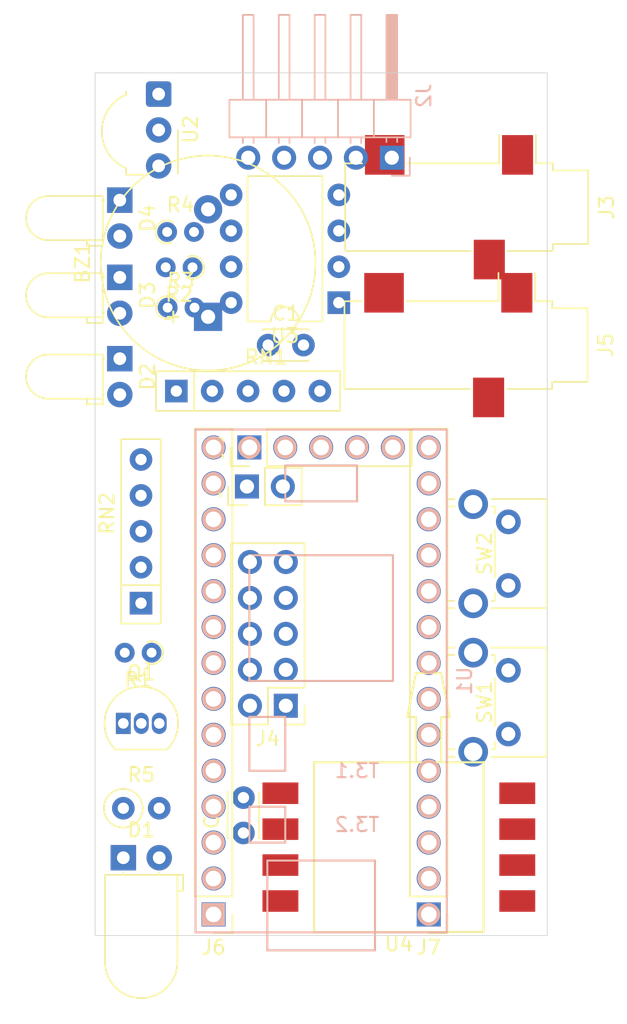
<source format=kicad_pcb>
(kicad_pcb (version 20171130) (host pcbnew 5.1.2+dfsg1-1)

  (general
    (thickness 1.6)
    (drawings 4)
    (tracks 0)
    (zones 0)
    (modules 29)
    (nets 1)
  )

  (page A4)
  (layers
    (0 F.Cu signal)
    (31 B.Cu signal)
    (32 B.Adhes user)
    (33 F.Adhes user)
    (34 B.Paste user)
    (35 F.Paste user)
    (36 B.SilkS user)
    (37 F.SilkS user)
    (38 B.Mask user)
    (39 F.Mask user)
    (40 Dwgs.User user)
    (41 Cmts.User user)
    (42 Eco1.User user)
    (43 Eco2.User user)
    (44 Edge.Cuts user)
    (45 Margin user)
    (46 B.CrtYd user)
    (47 F.CrtYd user)
    (48 B.Fab user)
    (49 F.Fab user)
  )

  (setup
    (last_trace_width 0.25)
    (trace_clearance 0.2)
    (zone_clearance 0.508)
    (zone_45_only no)
    (trace_min 0.2)
    (via_size 0.8)
    (via_drill 0.4)
    (via_min_size 0.4)
    (via_min_drill 0.3)
    (uvia_size 0.3)
    (uvia_drill 0.1)
    (uvias_allowed no)
    (uvia_min_size 0.2)
    (uvia_min_drill 0.1)
    (edge_width 0.05)
    (segment_width 0.2)
    (pcb_text_width 0.3)
    (pcb_text_size 1.5 1.5)
    (mod_edge_width 0.12)
    (mod_text_size 1 1)
    (mod_text_width 0.15)
    (pad_size 1.524 1.524)
    (pad_drill 0.762)
    (pad_to_mask_clearance 0.051)
    (solder_mask_min_width 0.25)
    (aux_axis_origin 0 0)
    (visible_elements FFFFFF7F)
    (pcbplotparams
      (layerselection 0x010fc_ffffffff)
      (usegerberextensions false)
      (usegerberattributes false)
      (usegerberadvancedattributes false)
      (creategerberjobfile false)
      (excludeedgelayer true)
      (linewidth 0.100000)
      (plotframeref false)
      (viasonmask false)
      (mode 1)
      (useauxorigin false)
      (hpglpennumber 1)
      (hpglpenspeed 20)
      (hpglpendiameter 15.000000)
      (psnegative false)
      (psa4output false)
      (plotreference true)
      (plotvalue true)
      (plotinvisibletext false)
      (padsonsilk false)
      (subtractmaskfromsilk false)
      (outputformat 1)
      (mirror false)
      (drillshape 1)
      (scaleselection 1)
      (outputdirectory ""))
  )

  (net 0 "")

  (net_class Default "This is the default net class."
    (clearance 0.2)
    (trace_width 0.25)
    (via_dia 0.8)
    (via_drill 0.4)
    (uvia_dia 0.3)
    (uvia_drill 0.1)
  )

  (module Teensy:Teensy30_31_32_LC (layer B.Cu) (tedit 5D34966A) (tstamp 5D34DF31)
    (at 98 153 90)
    (path /5D3517DE)
    (fp_text reference U1 (at 0 10.16 270) (layer B.SilkS)
      (effects (font (size 1 1) (thickness 0.15)) (justify mirror))
    )
    (fp_text value Teensy-LC (at 0 -10.16 270) (layer B.Fab)
      (effects (font (size 1 1) (thickness 0.15)) (justify mirror))
    )
    (fp_line (start -17.78 -8.89) (end -17.78 8.89) (layer B.SilkS) (width 0.15))
    (fp_line (start 17.78 -8.89) (end -17.78 -8.89) (layer B.SilkS) (width 0.15))
    (fp_line (start 17.78 8.89) (end 17.78 -8.89) (layer B.SilkS) (width 0.15))
    (fp_line (start -17.78 8.89) (end 17.78 8.89) (layer B.SilkS) (width 0.15))
    (fp_line (start 8.89 -5.08) (end 0 -5.08) (layer B.SilkS) (width 0.15))
    (fp_line (start 8.89 5.08) (end 0 5.08) (layer B.SilkS) (width 0.15))
    (fp_line (start 0 5.08) (end 0 -5.08) (layer B.SilkS) (width 0.15))
    (fp_line (start 8.89 -5.08) (end 8.89 5.08) (layer B.SilkS) (width 0.15))
    (fp_line (start 12.7 2.54) (end 15.24 2.54) (layer B.SilkS) (width 0.15))
    (fp_line (start 12.7 -2.54) (end 12.7 2.54) (layer B.SilkS) (width 0.15))
    (fp_line (start 15.24 -2.54) (end 12.7 -2.54) (layer B.SilkS) (width 0.15))
    (fp_line (start 15.24 2.54) (end 15.24 -2.54) (layer B.SilkS) (width 0.15))
    (fp_line (start -11.43 -2.54) (end -11.43 -5.08) (layer B.SilkS) (width 0.15))
    (fp_line (start -8.89 -2.54) (end -11.43 -2.54) (layer B.SilkS) (width 0.15))
    (fp_line (start -8.89 -5.08) (end -8.89 -2.54) (layer B.SilkS) (width 0.15))
    (fp_line (start -11.43 -5.08) (end -8.89 -5.08) (layer B.SilkS) (width 0.15))
    (fp_line (start -12.7 -3.81) (end -17.78 -3.81) (layer B.SilkS) (width 0.15))
    (fp_line (start -12.7 3.81) (end -17.78 3.81) (layer B.SilkS) (width 0.15))
    (fp_line (start -12.7 -3.81) (end -12.7 3.81) (layer B.SilkS) (width 0.15))
    (fp_line (start -6.35 -2.54) (end -6.35 -5.08) (layer B.SilkS) (width 0.15))
    (fp_line (start -2.54 -2.54) (end -6.35 -2.54) (layer B.SilkS) (width 0.15))
    (fp_line (start -2.54 -5.08) (end -2.54 -2.54) (layer B.SilkS) (width 0.15))
    (fp_line (start -6.35 -5.08) (end -2.54 -5.08) (layer B.SilkS) (width 0.15))
    (fp_line (start -19.05 3.81) (end -17.78 3.81) (layer B.SilkS) (width 0.15))
    (fp_line (start -19.05 -3.81) (end -19.05 3.81) (layer B.SilkS) (width 0.15))
    (fp_line (start -17.78 -3.81) (end -19.05 -3.81) (layer B.SilkS) (width 0.15))
    (fp_text user T3.1 (at -6.35 2.54) (layer B.SilkS)
      (effects (font (size 1 1) (thickness 0.15)) (justify mirror))
    )
    (fp_text user T3.2 (at -10.16 2.54) (layer B.SilkS)
      (effects (font (size 1 1) (thickness 0.15)) (justify mirror))
    )
    (pad 1 thru_hole rect (at -16.51 -7.62 90) (size 1.6 1.6) (drill 1.1) (layers *.Cu *.Mask B.SilkS))
    (pad 2 thru_hole circle (at -13.97 -7.62 90) (size 1.6 1.6) (drill 1.1) (layers *.Cu *.Mask B.SilkS))
    (pad 3 thru_hole circle (at -11.43 -7.62 90) (size 1.6 1.6) (drill 1.1) (layers *.Cu *.Mask B.SilkS))
    (pad 4 thru_hole circle (at -8.89 -7.62 90) (size 1.6 1.6) (drill 1.1) (layers *.Cu *.Mask B.SilkS))
    (pad 5 thru_hole circle (at -6.35 -7.62 90) (size 1.6 1.6) (drill 1.1) (layers *.Cu *.Mask B.SilkS))
    (pad 6 thru_hole circle (at -3.81 -7.62 90) (size 1.6 1.6) (drill 1.1) (layers *.Cu *.Mask B.SilkS))
    (pad 7 thru_hole circle (at -1.27 -7.62 90) (size 1.6 1.6) (drill 1.1) (layers *.Cu *.Mask B.SilkS))
    (pad 8 thru_hole circle (at 1.27 -7.62 90) (size 1.6 1.6) (drill 1.1) (layers *.Cu *.Mask B.SilkS))
    (pad 9 thru_hole circle (at 3.81 -7.62 90) (size 1.6 1.6) (drill 1.1) (layers *.Cu *.Mask B.SilkS))
    (pad 10 thru_hole circle (at 6.35 -7.62 90) (size 1.6 1.6) (drill 1.1) (layers *.Cu *.Mask B.SilkS))
    (pad 11 thru_hole circle (at 8.89 -7.62 90) (size 1.6 1.6) (drill 1.1) (layers *.Cu *.Mask B.SilkS))
    (pad 12 thru_hole circle (at 11.43 -7.62 90) (size 1.6 1.6) (drill 1.1) (layers *.Cu *.Mask B.SilkS))
    (pad 13 thru_hole circle (at 13.97 -7.62 90) (size 1.6 1.6) (drill 1.1) (layers *.Cu *.Mask B.SilkS))
    (pad 33 thru_hole circle (at -16.51 7.62 90) (size 1.6 1.6) (drill 1.1) (layers *.Cu *.Mask B.SilkS))
    (pad 32 thru_hole circle (at -13.97 7.62 90) (size 1.6 1.6) (drill 1.1) (layers *.Cu *.Mask B.SilkS))
    (pad 31 thru_hole circle (at -11.43 7.62 90) (size 1.6 1.6) (drill 1.1) (layers *.Cu *.Mask B.SilkS))
    (pad 30 thru_hole circle (at -8.89 7.62 90) (size 1.6 1.6) (drill 1.1) (layers *.Cu *.Mask B.SilkS))
    (pad 29 thru_hole circle (at -6.35 7.62 90) (size 1.6 1.6) (drill 1.1) (layers *.Cu *.Mask B.SilkS))
    (pad 28 thru_hole circle (at -3.81 7.62 90) (size 1.6 1.6) (drill 1.1) (layers *.Cu *.Mask B.SilkS))
    (pad 27 thru_hole circle (at -1.27 7.62 90) (size 1.6 1.6) (drill 1.1) (layers *.Cu *.Mask B.SilkS))
    (pad 26 thru_hole circle (at 1.27 7.62 90) (size 1.6 1.6) (drill 1.1) (layers *.Cu *.Mask B.SilkS))
    (pad 25 thru_hole circle (at 3.81 7.62 90) (size 1.6 1.6) (drill 1.1) (layers *.Cu *.Mask B.SilkS))
    (pad 24 thru_hole circle (at 6.35 7.62 90) (size 1.6 1.6) (drill 1.1) (layers *.Cu *.Mask B.SilkS))
    (pad 23 thru_hole circle (at 8.89 7.62 90) (size 1.6 1.6) (drill 1.1) (layers *.Cu *.Mask B.SilkS))
    (pad 22 thru_hole circle (at 11.43 7.62 90) (size 1.6 1.6) (drill 1.1) (layers *.Cu *.Mask B.SilkS))
    (pad 21 thru_hole circle (at 13.97 7.62 90) (size 1.6 1.6) (drill 1.1) (layers *.Cu *.Mask B.SilkS))
    (pad 14 thru_hole circle (at 16.51 -7.62 90) (size 1.6 1.6) (drill 1.1) (layers *.Cu *.Mask B.SilkS))
    (pad 15 thru_hole circle (at 16.51 -5.08 90) (size 1.6 1.6) (drill 1.1) (layers *.Cu *.Mask B.SilkS))
    (pad 16 thru_hole circle (at 16.51 -2.54 90) (size 1.6 1.6) (drill 1.1) (layers *.Cu *.Mask B.SilkS))
    (pad 20 thru_hole circle (at 16.51 7.62 90) (size 1.6 1.6) (drill 1.1) (layers *.Cu *.Mask B.SilkS))
    (pad 19 thru_hole circle (at 16.51 5.08 90) (size 1.6 1.6) (drill 1.1) (layers *.Cu *.Mask B.SilkS))
    (pad 18 thru_hole circle (at 16.51 2.54 90) (size 1.6 1.6) (drill 1.1) (layers *.Cu *.Mask B.SilkS))
    (pad 17 thru_hole circle (at 16.51 0 90) (size 1.6 1.6) (drill 1.1) (layers *.Cu *.Mask B.SilkS))
    (model "${KIPRJMOD}/step/CIRCUIT BOARD,TEENSY LC,NO MARKINGS.STEP"
      (offset (xyz 0 0 3))
      (scale (xyz 1 1 1))
      (rotate (xyz 0 0 0))
    )
  )

  (module Capacitor_THT:C_Disc_D3.0mm_W2.0mm_P2.50mm (layer F.Cu) (tedit 5AE50EF0) (tstamp 5D34E34A)
    (at 94.25 129.25)
    (descr "C, Disc series, Radial, pin pitch=2.50mm, , diameter*width=3*2mm^2, Capacitor")
    (tags "C Disc series Radial pin pitch 2.50mm  diameter 3mm width 2mm Capacitor")
    (path /5D345BD3)
    (fp_text reference C1 (at 1.25 -2.25) (layer F.SilkS)
      (effects (font (size 1 1) (thickness 0.15)))
    )
    (fp_text value C (at 1.25 2.25) (layer F.Fab)
      (effects (font (size 1 1) (thickness 0.15)))
    )
    (fp_text user %R (at 1.25 0) (layer F.Fab)
      (effects (font (size 0.6 0.6) (thickness 0.09)))
    )
    (fp_line (start 3.55 -1.25) (end -1.05 -1.25) (layer F.CrtYd) (width 0.05))
    (fp_line (start 3.55 1.25) (end 3.55 -1.25) (layer F.CrtYd) (width 0.05))
    (fp_line (start -1.05 1.25) (end 3.55 1.25) (layer F.CrtYd) (width 0.05))
    (fp_line (start -1.05 -1.25) (end -1.05 1.25) (layer F.CrtYd) (width 0.05))
    (fp_line (start 2.87 1.055) (end 2.87 1.12) (layer F.SilkS) (width 0.12))
    (fp_line (start 2.87 -1.12) (end 2.87 -1.055) (layer F.SilkS) (width 0.12))
    (fp_line (start -0.37 1.055) (end -0.37 1.12) (layer F.SilkS) (width 0.12))
    (fp_line (start -0.37 -1.12) (end -0.37 -1.055) (layer F.SilkS) (width 0.12))
    (fp_line (start -0.37 1.12) (end 2.87 1.12) (layer F.SilkS) (width 0.12))
    (fp_line (start -0.37 -1.12) (end 2.87 -1.12) (layer F.SilkS) (width 0.12))
    (fp_line (start 2.75 -1) (end -0.25 -1) (layer F.Fab) (width 0.1))
    (fp_line (start 2.75 1) (end 2.75 -1) (layer F.Fab) (width 0.1))
    (fp_line (start -0.25 1) (end 2.75 1) (layer F.Fab) (width 0.1))
    (fp_line (start -0.25 -1) (end -0.25 1) (layer F.Fab) (width 0.1))
    (pad 2 thru_hole circle (at 2.5 0) (size 1.6 1.6) (drill 0.8) (layers *.Cu *.Mask))
    (pad 1 thru_hole circle (at 0 0) (size 1.6 1.6) (drill 0.8) (layers *.Cu *.Mask))
    (model ${KISYS3DMOD}/Capacitor_THT.3dshapes/C_Disc_D3.0mm_W2.0mm_P2.50mm.wrl
      (at (xyz 0 0 0))
      (scale (xyz 1 1 1))
      (rotate (xyz 0 0 0))
    )
  )

  (module Capacitor_THT:C_Disc_D3.0mm_W2.0mm_P2.50mm (layer F.Cu) (tedit 5AE50EF0) (tstamp 5D34DC5A)
    (at 92.5 163.75 90)
    (descr "C, Disc series, Radial, pin pitch=2.50mm, , diameter*width=3*2mm^2, Capacitor")
    (tags "C Disc series Radial pin pitch 2.50mm  diameter 3mm width 2mm Capacitor")
    (path /5D345CEE)
    (fp_text reference C2 (at 1.25 -2.25 90) (layer F.SilkS)
      (effects (font (size 1 1) (thickness 0.15)))
    )
    (fp_text value C (at 1.25 2.25 90) (layer F.Fab)
      (effects (font (size 1 1) (thickness 0.15)))
    )
    (fp_line (start -0.25 -1) (end -0.25 1) (layer F.Fab) (width 0.1))
    (fp_line (start -0.25 1) (end 2.75 1) (layer F.Fab) (width 0.1))
    (fp_line (start 2.75 1) (end 2.75 -1) (layer F.Fab) (width 0.1))
    (fp_line (start 2.75 -1) (end -0.25 -1) (layer F.Fab) (width 0.1))
    (fp_line (start -0.37 -1.12) (end 2.87 -1.12) (layer F.SilkS) (width 0.12))
    (fp_line (start -0.37 1.12) (end 2.87 1.12) (layer F.SilkS) (width 0.12))
    (fp_line (start -0.37 -1.12) (end -0.37 -1.055) (layer F.SilkS) (width 0.12))
    (fp_line (start -0.37 1.055) (end -0.37 1.12) (layer F.SilkS) (width 0.12))
    (fp_line (start 2.87 -1.12) (end 2.87 -1.055) (layer F.SilkS) (width 0.12))
    (fp_line (start 2.87 1.055) (end 2.87 1.12) (layer F.SilkS) (width 0.12))
    (fp_line (start -1.05 -1.25) (end -1.05 1.25) (layer F.CrtYd) (width 0.05))
    (fp_line (start -1.05 1.25) (end 3.55 1.25) (layer F.CrtYd) (width 0.05))
    (fp_line (start 3.55 1.25) (end 3.55 -1.25) (layer F.CrtYd) (width 0.05))
    (fp_line (start 3.55 -1.25) (end -1.05 -1.25) (layer F.CrtYd) (width 0.05))
    (fp_text user %R (at 1.25 0 90) (layer F.Fab)
      (effects (font (size 0.6 0.6) (thickness 0.09)))
    )
    (pad 1 thru_hole circle (at 0 0 90) (size 1.6 1.6) (drill 0.8) (layers *.Cu *.Mask))
    (pad 2 thru_hole circle (at 2.5 0 90) (size 1.6 1.6) (drill 0.8) (layers *.Cu *.Mask))
    (model ${KISYS3DMOD}/Capacitor_THT.3dshapes/C_Disc_D3.0mm_W2.0mm_P2.50mm.wrl
      (at (xyz 0 0 0))
      (scale (xyz 1 1 1))
      (rotate (xyz 0 0 0))
    )
  )

  (module LED_THT:LED_D5.0mm_Horizontal_O1.27mm_Z3.0mm_IRBlack (layer F.Cu) (tedit 5A6C9E1E) (tstamp 5D34E39C)
    (at 84 165.5)
    (descr "LED, diameter 5.0mm z-position of LED center 3.0mm, 2 pins")
    (tags "LED diameter 5.0mm z-position of LED center 3.0mm 2 pins")
    (path /5D34A28E)
    (fp_text reference D1 (at 1.27 -1.96) (layer F.SilkS)
      (effects (font (size 1 1) (thickness 0.15)))
    )
    (fp_text value LED (at 1.27 10.93) (layer F.Fab)
      (effects (font (size 1 1) (thickness 0.15)))
    )
    (fp_text user %R (at 1.27 0) (layer F.Fab)
      (effects (font (size 1 1) (thickness 0.15)))
    )
    (fp_line (start -1.23 1.27) (end -1.23 7.37) (layer F.Fab) (width 0.1))
    (fp_line (start 3.77 1.27) (end 3.77 7.37) (layer F.Fab) (width 0.1))
    (fp_line (start -1.23 1.27) (end 3.77 1.27) (layer F.Fab) (width 0.1))
    (fp_line (start 4.17 1.27) (end 4.17 2.27) (layer F.Fab) (width 0.1))
    (fp_line (start 4.17 2.27) (end 3.77 2.27) (layer F.Fab) (width 0.1))
    (fp_line (start 3.77 2.27) (end 3.77 1.27) (layer F.Fab) (width 0.1))
    (fp_line (start 3.77 1.27) (end 4.17 1.27) (layer F.Fab) (width 0.1))
    (fp_line (start 0 0) (end 0 1.27) (layer F.Fab) (width 0.1))
    (fp_line (start 0 1.27) (end 0 1.27) (layer F.Fab) (width 0.1))
    (fp_line (start 0 1.27) (end 0 0) (layer F.Fab) (width 0.1))
    (fp_line (start 0 0) (end 0 0) (layer F.Fab) (width 0.1))
    (fp_line (start 2.54 0) (end 2.54 1.27) (layer F.Fab) (width 0.1))
    (fp_line (start 2.54 1.27) (end 2.54 1.27) (layer F.Fab) (width 0.1))
    (fp_line (start 2.54 1.27) (end 2.54 0) (layer F.Fab) (width 0.1))
    (fp_line (start 2.54 0) (end 2.54 0) (layer F.Fab) (width 0.1))
    (fp_line (start -1.29 1.21) (end -1.29 7.37) (layer F.SilkS) (width 0.12))
    (fp_line (start 3.83 1.21) (end 3.83 7.37) (layer F.SilkS) (width 0.12))
    (fp_line (start -1.29 1.21) (end 3.83 1.21) (layer F.SilkS) (width 0.12))
    (fp_line (start 4.23 1.21) (end 4.23 2.33) (layer F.SilkS) (width 0.12))
    (fp_line (start 4.23 2.33) (end 3.83 2.33) (layer F.SilkS) (width 0.12))
    (fp_line (start 3.83 2.33) (end 3.83 1.21) (layer F.SilkS) (width 0.12))
    (fp_line (start 3.83 1.21) (end 4.23 1.21) (layer F.SilkS) (width 0.12))
    (fp_line (start 0 1.08) (end 0 1.21) (layer F.SilkS) (width 0.12))
    (fp_line (start 0 1.21) (end 0 1.21) (layer F.SilkS) (width 0.12))
    (fp_line (start 0 1.21) (end 0 1.08) (layer F.SilkS) (width 0.12))
    (fp_line (start 0 1.08) (end 0 1.08) (layer F.SilkS) (width 0.12))
    (fp_line (start 2.54 1.08) (end 2.54 1.21) (layer F.SilkS) (width 0.12))
    (fp_line (start 2.54 1.21) (end 2.54 1.21) (layer F.SilkS) (width 0.12))
    (fp_line (start 2.54 1.21) (end 2.54 1.08) (layer F.SilkS) (width 0.12))
    (fp_line (start 2.54 1.08) (end 2.54 1.08) (layer F.SilkS) (width 0.12))
    (fp_line (start -1.95 -1.25) (end -1.95 10.2) (layer F.CrtYd) (width 0.05))
    (fp_line (start -1.95 10.2) (end 4.5 10.2) (layer F.CrtYd) (width 0.05))
    (fp_line (start 4.5 10.2) (end 4.5 -1.25) (layer F.CrtYd) (width 0.05))
    (fp_line (start 4.5 -1.25) (end -1.95 -1.25) (layer F.CrtYd) (width 0.05))
    (fp_arc (start 1.27 7.37) (end -1.23 7.37) (angle -180) (layer F.Fab) (width 0.1))
    (fp_arc (start 1.27 7.37) (end -1.29 7.37) (angle -180) (layer F.SilkS) (width 0.12))
    (pad 1 thru_hole rect (at 0 0) (size 1.8 1.8) (drill 0.9) (layers *.Cu *.Mask))
    (pad 2 thru_hole circle (at 2.54 0) (size 1.8 1.8) (drill 0.9) (layers *.Cu *.Mask))
    (model ${KISYS3DMOD}/LED_THT.3dshapes/LED_D5.0mm_Horizontal_O1.27mm_Z3.0mm_IRBlack.wrl
      (at (xyz 0 0 0))
      (scale (xyz 1 1 1))
      (rotate (xyz 0 0 0))
    )
  )

  (module LED_THT:LED_D3.0mm_Horizontal_O1.27mm_Z2.0mm (layer F.Cu) (tedit 5880A862) (tstamp 5D34E002)
    (at 83.75 130.21 270)
    (descr "LED, diameter 3.0mm z-position of LED center 2.0mm, 2 pins")
    (tags "LED diameter 3.0mm z-position of LED center 2.0mm 2 pins")
    (path /5D34AAE0)
    (fp_text reference D2 (at 1.27 -1.96 90) (layer F.SilkS)
      (effects (font (size 1 1) (thickness 0.15)))
    )
    (fp_text value LED (at 1.27 7.63 90) (layer F.Fab)
      (effects (font (size 1 1) (thickness 0.15)))
    )
    (fp_arc (start 1.27 5.07) (end -0.23 5.07) (angle -180) (layer F.Fab) (width 0.1))
    (fp_arc (start 1.27 5.07) (end -0.29 5.07) (angle -180) (layer F.SilkS) (width 0.12))
    (fp_line (start -0.23 1.27) (end -0.23 5.07) (layer F.Fab) (width 0.1))
    (fp_line (start 2.77 1.27) (end 2.77 5.07) (layer F.Fab) (width 0.1))
    (fp_line (start -0.23 1.27) (end 2.77 1.27) (layer F.Fab) (width 0.1))
    (fp_line (start 3.17 1.27) (end 3.17 2.27) (layer F.Fab) (width 0.1))
    (fp_line (start 3.17 2.27) (end 2.77 2.27) (layer F.Fab) (width 0.1))
    (fp_line (start 2.77 2.27) (end 2.77 1.27) (layer F.Fab) (width 0.1))
    (fp_line (start 2.77 1.27) (end 3.17 1.27) (layer F.Fab) (width 0.1))
    (fp_line (start 0 0) (end 0 1.27) (layer F.Fab) (width 0.1))
    (fp_line (start 0 1.27) (end 0 1.27) (layer F.Fab) (width 0.1))
    (fp_line (start 0 1.27) (end 0 0) (layer F.Fab) (width 0.1))
    (fp_line (start 0 0) (end 0 0) (layer F.Fab) (width 0.1))
    (fp_line (start 2.54 0) (end 2.54 1.27) (layer F.Fab) (width 0.1))
    (fp_line (start 2.54 1.27) (end 2.54 1.27) (layer F.Fab) (width 0.1))
    (fp_line (start 2.54 1.27) (end 2.54 0) (layer F.Fab) (width 0.1))
    (fp_line (start 2.54 0) (end 2.54 0) (layer F.Fab) (width 0.1))
    (fp_line (start -0.29 1.21) (end -0.29 5.07) (layer F.SilkS) (width 0.12))
    (fp_line (start 2.83 1.21) (end 2.83 5.07) (layer F.SilkS) (width 0.12))
    (fp_line (start -0.29 1.21) (end 2.83 1.21) (layer F.SilkS) (width 0.12))
    (fp_line (start 3.23 1.21) (end 3.23 2.33) (layer F.SilkS) (width 0.12))
    (fp_line (start 3.23 2.33) (end 2.83 2.33) (layer F.SilkS) (width 0.12))
    (fp_line (start 2.83 2.33) (end 2.83 1.21) (layer F.SilkS) (width 0.12))
    (fp_line (start 2.83 1.21) (end 3.23 1.21) (layer F.SilkS) (width 0.12))
    (fp_line (start 0 1.08) (end 0 1.21) (layer F.SilkS) (width 0.12))
    (fp_line (start 0 1.21) (end 0 1.21) (layer F.SilkS) (width 0.12))
    (fp_line (start 0 1.21) (end 0 1.08) (layer F.SilkS) (width 0.12))
    (fp_line (start 0 1.08) (end 0 1.08) (layer F.SilkS) (width 0.12))
    (fp_line (start 2.54 1.08) (end 2.54 1.21) (layer F.SilkS) (width 0.12))
    (fp_line (start 2.54 1.21) (end 2.54 1.21) (layer F.SilkS) (width 0.12))
    (fp_line (start 2.54 1.21) (end 2.54 1.08) (layer F.SilkS) (width 0.12))
    (fp_line (start 2.54 1.08) (end 2.54 1.08) (layer F.SilkS) (width 0.12))
    (fp_line (start -1.25 -1.25) (end -1.25 6.9) (layer F.CrtYd) (width 0.05))
    (fp_line (start -1.25 6.9) (end 3.75 6.9) (layer F.CrtYd) (width 0.05))
    (fp_line (start 3.75 6.9) (end 3.75 -1.25) (layer F.CrtYd) (width 0.05))
    (fp_line (start 3.75 -1.25) (end -1.25 -1.25) (layer F.CrtYd) (width 0.05))
    (pad 1 thru_hole rect (at 0 0 270) (size 1.8 1.8) (drill 0.9) (layers *.Cu *.Mask))
    (pad 2 thru_hole circle (at 2.54 0 270) (size 1.8 1.8) (drill 0.9) (layers *.Cu *.Mask))
    (model ${KISYS3DMOD}/LED_THT.3dshapes/LED_D3.0mm_Horizontal_O1.27mm_Z2.0mm.wrl
      (at (xyz 0 0 0))
      (scale (xyz 1 1 1))
      (rotate (xyz 0 0 0))
    )
  )

  (module LED_THT:LED_D3.0mm_Horizontal_O1.27mm_Z2.0mm (layer F.Cu) (tedit 5880A862) (tstamp 5D34E07D)
    (at 83.75 124.46 270)
    (descr "LED, diameter 3.0mm z-position of LED center 2.0mm, 2 pins")
    (tags "LED diameter 3.0mm z-position of LED center 2.0mm 2 pins")
    (path /5D34B5B5)
    (fp_text reference D3 (at 1.27 -1.96 90) (layer F.SilkS)
      (effects (font (size 1 1) (thickness 0.15)))
    )
    (fp_text value LED (at 1.27 7.63 90) (layer F.Fab)
      (effects (font (size 1 1) (thickness 0.15)))
    )
    (fp_line (start 3.75 -1.25) (end -1.25 -1.25) (layer F.CrtYd) (width 0.05))
    (fp_line (start 3.75 6.9) (end 3.75 -1.25) (layer F.CrtYd) (width 0.05))
    (fp_line (start -1.25 6.9) (end 3.75 6.9) (layer F.CrtYd) (width 0.05))
    (fp_line (start -1.25 -1.25) (end -1.25 6.9) (layer F.CrtYd) (width 0.05))
    (fp_line (start 2.54 1.08) (end 2.54 1.08) (layer F.SilkS) (width 0.12))
    (fp_line (start 2.54 1.21) (end 2.54 1.08) (layer F.SilkS) (width 0.12))
    (fp_line (start 2.54 1.21) (end 2.54 1.21) (layer F.SilkS) (width 0.12))
    (fp_line (start 2.54 1.08) (end 2.54 1.21) (layer F.SilkS) (width 0.12))
    (fp_line (start 0 1.08) (end 0 1.08) (layer F.SilkS) (width 0.12))
    (fp_line (start 0 1.21) (end 0 1.08) (layer F.SilkS) (width 0.12))
    (fp_line (start 0 1.21) (end 0 1.21) (layer F.SilkS) (width 0.12))
    (fp_line (start 0 1.08) (end 0 1.21) (layer F.SilkS) (width 0.12))
    (fp_line (start 2.83 1.21) (end 3.23 1.21) (layer F.SilkS) (width 0.12))
    (fp_line (start 2.83 2.33) (end 2.83 1.21) (layer F.SilkS) (width 0.12))
    (fp_line (start 3.23 2.33) (end 2.83 2.33) (layer F.SilkS) (width 0.12))
    (fp_line (start 3.23 1.21) (end 3.23 2.33) (layer F.SilkS) (width 0.12))
    (fp_line (start -0.29 1.21) (end 2.83 1.21) (layer F.SilkS) (width 0.12))
    (fp_line (start 2.83 1.21) (end 2.83 5.07) (layer F.SilkS) (width 0.12))
    (fp_line (start -0.29 1.21) (end -0.29 5.07) (layer F.SilkS) (width 0.12))
    (fp_line (start 2.54 0) (end 2.54 0) (layer F.Fab) (width 0.1))
    (fp_line (start 2.54 1.27) (end 2.54 0) (layer F.Fab) (width 0.1))
    (fp_line (start 2.54 1.27) (end 2.54 1.27) (layer F.Fab) (width 0.1))
    (fp_line (start 2.54 0) (end 2.54 1.27) (layer F.Fab) (width 0.1))
    (fp_line (start 0 0) (end 0 0) (layer F.Fab) (width 0.1))
    (fp_line (start 0 1.27) (end 0 0) (layer F.Fab) (width 0.1))
    (fp_line (start 0 1.27) (end 0 1.27) (layer F.Fab) (width 0.1))
    (fp_line (start 0 0) (end 0 1.27) (layer F.Fab) (width 0.1))
    (fp_line (start 2.77 1.27) (end 3.17 1.27) (layer F.Fab) (width 0.1))
    (fp_line (start 2.77 2.27) (end 2.77 1.27) (layer F.Fab) (width 0.1))
    (fp_line (start 3.17 2.27) (end 2.77 2.27) (layer F.Fab) (width 0.1))
    (fp_line (start 3.17 1.27) (end 3.17 2.27) (layer F.Fab) (width 0.1))
    (fp_line (start -0.23 1.27) (end 2.77 1.27) (layer F.Fab) (width 0.1))
    (fp_line (start 2.77 1.27) (end 2.77 5.07) (layer F.Fab) (width 0.1))
    (fp_line (start -0.23 1.27) (end -0.23 5.07) (layer F.Fab) (width 0.1))
    (fp_arc (start 1.27 5.07) (end -0.29 5.07) (angle -180) (layer F.SilkS) (width 0.12))
    (fp_arc (start 1.27 5.07) (end -0.23 5.07) (angle -180) (layer F.Fab) (width 0.1))
    (pad 2 thru_hole circle (at 2.54 0 270) (size 1.8 1.8) (drill 0.9) (layers *.Cu *.Mask))
    (pad 1 thru_hole rect (at 0 0 270) (size 1.8 1.8) (drill 0.9) (layers *.Cu *.Mask))
    (model ${KISYS3DMOD}/LED_THT.3dshapes/LED_D3.0mm_Horizontal_O1.27mm_Z2.0mm.wrl
      (at (xyz 0 0 0))
      (scale (xyz 1 1 1))
      (rotate (xyz 0 0 0))
    )
  )

  (module LED_THT:LED_D3.0mm_Horizontal_O1.27mm_Z2.0mm (layer F.Cu) (tedit 5880A862) (tstamp 5D34E2E4)
    (at 83.75 119 270)
    (descr "LED, diameter 3.0mm z-position of LED center 2.0mm, 2 pins")
    (tags "LED diameter 3.0mm z-position of LED center 2.0mm 2 pins")
    (path /5D34B912)
    (fp_text reference D4 (at 1.27 -1.96 90) (layer F.SilkS)
      (effects (font (size 1 1) (thickness 0.15)))
    )
    (fp_text value LED (at 1.27 7.63 90) (layer F.Fab)
      (effects (font (size 1 1) (thickness 0.15)))
    )
    (fp_arc (start 1.27 5.07) (end -0.23 5.07) (angle -180) (layer F.Fab) (width 0.1))
    (fp_arc (start 1.27 5.07) (end -0.29 5.07) (angle -180) (layer F.SilkS) (width 0.12))
    (fp_line (start -0.23 1.27) (end -0.23 5.07) (layer F.Fab) (width 0.1))
    (fp_line (start 2.77 1.27) (end 2.77 5.07) (layer F.Fab) (width 0.1))
    (fp_line (start -0.23 1.27) (end 2.77 1.27) (layer F.Fab) (width 0.1))
    (fp_line (start 3.17 1.27) (end 3.17 2.27) (layer F.Fab) (width 0.1))
    (fp_line (start 3.17 2.27) (end 2.77 2.27) (layer F.Fab) (width 0.1))
    (fp_line (start 2.77 2.27) (end 2.77 1.27) (layer F.Fab) (width 0.1))
    (fp_line (start 2.77 1.27) (end 3.17 1.27) (layer F.Fab) (width 0.1))
    (fp_line (start 0 0) (end 0 1.27) (layer F.Fab) (width 0.1))
    (fp_line (start 0 1.27) (end 0 1.27) (layer F.Fab) (width 0.1))
    (fp_line (start 0 1.27) (end 0 0) (layer F.Fab) (width 0.1))
    (fp_line (start 0 0) (end 0 0) (layer F.Fab) (width 0.1))
    (fp_line (start 2.54 0) (end 2.54 1.27) (layer F.Fab) (width 0.1))
    (fp_line (start 2.54 1.27) (end 2.54 1.27) (layer F.Fab) (width 0.1))
    (fp_line (start 2.54 1.27) (end 2.54 0) (layer F.Fab) (width 0.1))
    (fp_line (start 2.54 0) (end 2.54 0) (layer F.Fab) (width 0.1))
    (fp_line (start -0.29 1.21) (end -0.29 5.07) (layer F.SilkS) (width 0.12))
    (fp_line (start 2.83 1.21) (end 2.83 5.07) (layer F.SilkS) (width 0.12))
    (fp_line (start -0.29 1.21) (end 2.83 1.21) (layer F.SilkS) (width 0.12))
    (fp_line (start 3.23 1.21) (end 3.23 2.33) (layer F.SilkS) (width 0.12))
    (fp_line (start 3.23 2.33) (end 2.83 2.33) (layer F.SilkS) (width 0.12))
    (fp_line (start 2.83 2.33) (end 2.83 1.21) (layer F.SilkS) (width 0.12))
    (fp_line (start 2.83 1.21) (end 3.23 1.21) (layer F.SilkS) (width 0.12))
    (fp_line (start 0 1.08) (end 0 1.21) (layer F.SilkS) (width 0.12))
    (fp_line (start 0 1.21) (end 0 1.21) (layer F.SilkS) (width 0.12))
    (fp_line (start 0 1.21) (end 0 1.08) (layer F.SilkS) (width 0.12))
    (fp_line (start 0 1.08) (end 0 1.08) (layer F.SilkS) (width 0.12))
    (fp_line (start 2.54 1.08) (end 2.54 1.21) (layer F.SilkS) (width 0.12))
    (fp_line (start 2.54 1.21) (end 2.54 1.21) (layer F.SilkS) (width 0.12))
    (fp_line (start 2.54 1.21) (end 2.54 1.08) (layer F.SilkS) (width 0.12))
    (fp_line (start 2.54 1.08) (end 2.54 1.08) (layer F.SilkS) (width 0.12))
    (fp_line (start -1.25 -1.25) (end -1.25 6.9) (layer F.CrtYd) (width 0.05))
    (fp_line (start -1.25 6.9) (end 3.75 6.9) (layer F.CrtYd) (width 0.05))
    (fp_line (start 3.75 6.9) (end 3.75 -1.25) (layer F.CrtYd) (width 0.05))
    (fp_line (start 3.75 -1.25) (end -1.25 -1.25) (layer F.CrtYd) (width 0.05))
    (pad 1 thru_hole rect (at 0 0 270) (size 1.8 1.8) (drill 0.9) (layers *.Cu *.Mask))
    (pad 2 thru_hole circle (at 2.54 0 270) (size 1.8 1.8) (drill 0.9) (layers *.Cu *.Mask))
    (model ${KISYS3DMOD}/LED_THT.3dshapes/LED_D3.0mm_Horizontal_O1.27mm_Z2.0mm.wrl
      (at (xyz 0 0 0))
      (scale (xyz 1 1 1))
      (rotate (xyz 0 0 0))
    )
  )

  (module Connector_PinHeader_2.54mm:PinHeader_1x02_P2.54mm_Vertical (layer F.Cu) (tedit 59FED5CC) (tstamp 5D34E1F2)
    (at 92.75 139.25 90)
    (descr "Through hole straight pin header, 1x02, 2.54mm pitch, single row")
    (tags "Through hole pin header THT 1x02 2.54mm single row")
    (path /5D34E852)
    (fp_text reference J1 (at 0 -2.33 90) (layer F.SilkS)
      (effects (font (size 1 1) (thickness 0.15)))
    )
    (fp_text value Conn_01x02_Male (at 0 4.87 90) (layer F.Fab)
      (effects (font (size 1 1) (thickness 0.15)))
    )
    (fp_line (start -0.635 -1.27) (end 1.27 -1.27) (layer F.Fab) (width 0.1))
    (fp_line (start 1.27 -1.27) (end 1.27 3.81) (layer F.Fab) (width 0.1))
    (fp_line (start 1.27 3.81) (end -1.27 3.81) (layer F.Fab) (width 0.1))
    (fp_line (start -1.27 3.81) (end -1.27 -0.635) (layer F.Fab) (width 0.1))
    (fp_line (start -1.27 -0.635) (end -0.635 -1.27) (layer F.Fab) (width 0.1))
    (fp_line (start -1.33 3.87) (end 1.33 3.87) (layer F.SilkS) (width 0.12))
    (fp_line (start -1.33 1.27) (end -1.33 3.87) (layer F.SilkS) (width 0.12))
    (fp_line (start 1.33 1.27) (end 1.33 3.87) (layer F.SilkS) (width 0.12))
    (fp_line (start -1.33 1.27) (end 1.33 1.27) (layer F.SilkS) (width 0.12))
    (fp_line (start -1.33 0) (end -1.33 -1.33) (layer F.SilkS) (width 0.12))
    (fp_line (start -1.33 -1.33) (end 0 -1.33) (layer F.SilkS) (width 0.12))
    (fp_line (start -1.8 -1.8) (end -1.8 4.35) (layer F.CrtYd) (width 0.05))
    (fp_line (start -1.8 4.35) (end 1.8 4.35) (layer F.CrtYd) (width 0.05))
    (fp_line (start 1.8 4.35) (end 1.8 -1.8) (layer F.CrtYd) (width 0.05))
    (fp_line (start 1.8 -1.8) (end -1.8 -1.8) (layer F.CrtYd) (width 0.05))
    (fp_text user %R (at 0 1.27) (layer F.Fab)
      (effects (font (size 1 1) (thickness 0.15)))
    )
    (pad 1 thru_hole rect (at 0 0 90) (size 1.7 1.7) (drill 1) (layers *.Cu *.Mask))
    (pad 2 thru_hole oval (at 0 2.54 90) (size 1.7 1.7) (drill 1) (layers *.Cu *.Mask))
    (model ${KISYS3DMOD}/Connector_PinHeader_2.54mm.3dshapes/PinHeader_1x02_P2.54mm_Vertical.wrl
      (at (xyz 0 0 0))
      (scale (xyz 1 1 1))
      (rotate (xyz 0 0 0))
    )
  )

  (module Connector_PinHeader_2.54mm:PinHeader_1x05_P2.54mm_Horizontal (layer B.Cu) (tedit 59FED5CB) (tstamp 5D34DD74)
    (at 103 116 90)
    (descr "Through hole angled pin header, 1x05, 2.54mm pitch, 6mm pin length, single row")
    (tags "Through hole angled pin header THT 1x05 2.54mm single row")
    (path /5D34EDA7)
    (fp_text reference J2 (at 4.385 2.27 90) (layer B.SilkS)
      (effects (font (size 1 1) (thickness 0.15)) (justify mirror))
    )
    (fp_text value Conn_01x05_Male (at 4.385 -12.43 90) (layer B.Fab)
      (effects (font (size 1 1) (thickness 0.15)) (justify mirror))
    )
    (fp_line (start 2.135 1.27) (end 4.04 1.27) (layer B.Fab) (width 0.1))
    (fp_line (start 4.04 1.27) (end 4.04 -11.43) (layer B.Fab) (width 0.1))
    (fp_line (start 4.04 -11.43) (end 1.5 -11.43) (layer B.Fab) (width 0.1))
    (fp_line (start 1.5 -11.43) (end 1.5 0.635) (layer B.Fab) (width 0.1))
    (fp_line (start 1.5 0.635) (end 2.135 1.27) (layer B.Fab) (width 0.1))
    (fp_line (start -0.32 0.32) (end 1.5 0.32) (layer B.Fab) (width 0.1))
    (fp_line (start -0.32 0.32) (end -0.32 -0.32) (layer B.Fab) (width 0.1))
    (fp_line (start -0.32 -0.32) (end 1.5 -0.32) (layer B.Fab) (width 0.1))
    (fp_line (start 4.04 0.32) (end 10.04 0.32) (layer B.Fab) (width 0.1))
    (fp_line (start 10.04 0.32) (end 10.04 -0.32) (layer B.Fab) (width 0.1))
    (fp_line (start 4.04 -0.32) (end 10.04 -0.32) (layer B.Fab) (width 0.1))
    (fp_line (start -0.32 -2.22) (end 1.5 -2.22) (layer B.Fab) (width 0.1))
    (fp_line (start -0.32 -2.22) (end -0.32 -2.86) (layer B.Fab) (width 0.1))
    (fp_line (start -0.32 -2.86) (end 1.5 -2.86) (layer B.Fab) (width 0.1))
    (fp_line (start 4.04 -2.22) (end 10.04 -2.22) (layer B.Fab) (width 0.1))
    (fp_line (start 10.04 -2.22) (end 10.04 -2.86) (layer B.Fab) (width 0.1))
    (fp_line (start 4.04 -2.86) (end 10.04 -2.86) (layer B.Fab) (width 0.1))
    (fp_line (start -0.32 -4.76) (end 1.5 -4.76) (layer B.Fab) (width 0.1))
    (fp_line (start -0.32 -4.76) (end -0.32 -5.4) (layer B.Fab) (width 0.1))
    (fp_line (start -0.32 -5.4) (end 1.5 -5.4) (layer B.Fab) (width 0.1))
    (fp_line (start 4.04 -4.76) (end 10.04 -4.76) (layer B.Fab) (width 0.1))
    (fp_line (start 10.04 -4.76) (end 10.04 -5.4) (layer B.Fab) (width 0.1))
    (fp_line (start 4.04 -5.4) (end 10.04 -5.4) (layer B.Fab) (width 0.1))
    (fp_line (start -0.32 -7.3) (end 1.5 -7.3) (layer B.Fab) (width 0.1))
    (fp_line (start -0.32 -7.3) (end -0.32 -7.94) (layer B.Fab) (width 0.1))
    (fp_line (start -0.32 -7.94) (end 1.5 -7.94) (layer B.Fab) (width 0.1))
    (fp_line (start 4.04 -7.3) (end 10.04 -7.3) (layer B.Fab) (width 0.1))
    (fp_line (start 10.04 -7.3) (end 10.04 -7.94) (layer B.Fab) (width 0.1))
    (fp_line (start 4.04 -7.94) (end 10.04 -7.94) (layer B.Fab) (width 0.1))
    (fp_line (start -0.32 -9.84) (end 1.5 -9.84) (layer B.Fab) (width 0.1))
    (fp_line (start -0.32 -9.84) (end -0.32 -10.48) (layer B.Fab) (width 0.1))
    (fp_line (start -0.32 -10.48) (end 1.5 -10.48) (layer B.Fab) (width 0.1))
    (fp_line (start 4.04 -9.84) (end 10.04 -9.84) (layer B.Fab) (width 0.1))
    (fp_line (start 10.04 -9.84) (end 10.04 -10.48) (layer B.Fab) (width 0.1))
    (fp_line (start 4.04 -10.48) (end 10.04 -10.48) (layer B.Fab) (width 0.1))
    (fp_line (start 1.44 1.33) (end 1.44 -11.49) (layer B.SilkS) (width 0.12))
    (fp_line (start 1.44 -11.49) (end 4.1 -11.49) (layer B.SilkS) (width 0.12))
    (fp_line (start 4.1 -11.49) (end 4.1 1.33) (layer B.SilkS) (width 0.12))
    (fp_line (start 4.1 1.33) (end 1.44 1.33) (layer B.SilkS) (width 0.12))
    (fp_line (start 4.1 0.38) (end 10.1 0.38) (layer B.SilkS) (width 0.12))
    (fp_line (start 10.1 0.38) (end 10.1 -0.38) (layer B.SilkS) (width 0.12))
    (fp_line (start 10.1 -0.38) (end 4.1 -0.38) (layer B.SilkS) (width 0.12))
    (fp_line (start 4.1 0.32) (end 10.1 0.32) (layer B.SilkS) (width 0.12))
    (fp_line (start 4.1 0.2) (end 10.1 0.2) (layer B.SilkS) (width 0.12))
    (fp_line (start 4.1 0.08) (end 10.1 0.08) (layer B.SilkS) (width 0.12))
    (fp_line (start 4.1 -0.04) (end 10.1 -0.04) (layer B.SilkS) (width 0.12))
    (fp_line (start 4.1 -0.16) (end 10.1 -0.16) (layer B.SilkS) (width 0.12))
    (fp_line (start 4.1 -0.28) (end 10.1 -0.28) (layer B.SilkS) (width 0.12))
    (fp_line (start 1.11 0.38) (end 1.44 0.38) (layer B.SilkS) (width 0.12))
    (fp_line (start 1.11 -0.38) (end 1.44 -0.38) (layer B.SilkS) (width 0.12))
    (fp_line (start 1.44 -1.27) (end 4.1 -1.27) (layer B.SilkS) (width 0.12))
    (fp_line (start 4.1 -2.16) (end 10.1 -2.16) (layer B.SilkS) (width 0.12))
    (fp_line (start 10.1 -2.16) (end 10.1 -2.92) (layer B.SilkS) (width 0.12))
    (fp_line (start 10.1 -2.92) (end 4.1 -2.92) (layer B.SilkS) (width 0.12))
    (fp_line (start 1.042929 -2.16) (end 1.44 -2.16) (layer B.SilkS) (width 0.12))
    (fp_line (start 1.042929 -2.92) (end 1.44 -2.92) (layer B.SilkS) (width 0.12))
    (fp_line (start 1.44 -3.81) (end 4.1 -3.81) (layer B.SilkS) (width 0.12))
    (fp_line (start 4.1 -4.7) (end 10.1 -4.7) (layer B.SilkS) (width 0.12))
    (fp_line (start 10.1 -4.7) (end 10.1 -5.46) (layer B.SilkS) (width 0.12))
    (fp_line (start 10.1 -5.46) (end 4.1 -5.46) (layer B.SilkS) (width 0.12))
    (fp_line (start 1.042929 -4.7) (end 1.44 -4.7) (layer B.SilkS) (width 0.12))
    (fp_line (start 1.042929 -5.46) (end 1.44 -5.46) (layer B.SilkS) (width 0.12))
    (fp_line (start 1.44 -6.35) (end 4.1 -6.35) (layer B.SilkS) (width 0.12))
    (fp_line (start 4.1 -7.24) (end 10.1 -7.24) (layer B.SilkS) (width 0.12))
    (fp_line (start 10.1 -7.24) (end 10.1 -8) (layer B.SilkS) (width 0.12))
    (fp_line (start 10.1 -8) (end 4.1 -8) (layer B.SilkS) (width 0.12))
    (fp_line (start 1.042929 -7.24) (end 1.44 -7.24) (layer B.SilkS) (width 0.12))
    (fp_line (start 1.042929 -8) (end 1.44 -8) (layer B.SilkS) (width 0.12))
    (fp_line (start 1.44 -8.89) (end 4.1 -8.89) (layer B.SilkS) (width 0.12))
    (fp_line (start 4.1 -9.78) (end 10.1 -9.78) (layer B.SilkS) (width 0.12))
    (fp_line (start 10.1 -9.78) (end 10.1 -10.54) (layer B.SilkS) (width 0.12))
    (fp_line (start 10.1 -10.54) (end 4.1 -10.54) (layer B.SilkS) (width 0.12))
    (fp_line (start 1.042929 -9.78) (end 1.44 -9.78) (layer B.SilkS) (width 0.12))
    (fp_line (start 1.042929 -10.54) (end 1.44 -10.54) (layer B.SilkS) (width 0.12))
    (fp_line (start -1.27 0) (end -1.27 1.27) (layer B.SilkS) (width 0.12))
    (fp_line (start -1.27 1.27) (end 0 1.27) (layer B.SilkS) (width 0.12))
    (fp_line (start -1.8 1.8) (end -1.8 -11.95) (layer B.CrtYd) (width 0.05))
    (fp_line (start -1.8 -11.95) (end 10.55 -11.95) (layer B.CrtYd) (width 0.05))
    (fp_line (start 10.55 -11.95) (end 10.55 1.8) (layer B.CrtYd) (width 0.05))
    (fp_line (start 10.55 1.8) (end -1.8 1.8) (layer B.CrtYd) (width 0.05))
    (fp_text user %R (at 2.77 -5.08 180) (layer B.Fab)
      (effects (font (size 1 1) (thickness 0.15)) (justify mirror))
    )
    (pad 1 thru_hole rect (at 0 0 90) (size 1.7 1.7) (drill 1) (layers *.Cu *.Mask))
    (pad 2 thru_hole oval (at 0 -2.54 90) (size 1.7 1.7) (drill 1) (layers *.Cu *.Mask))
    (pad 3 thru_hole oval (at 0 -5.08 90) (size 1.7 1.7) (drill 1) (layers *.Cu *.Mask))
    (pad 4 thru_hole oval (at 0 -7.62 90) (size 1.7 1.7) (drill 1) (layers *.Cu *.Mask))
    (pad 5 thru_hole oval (at 0 -10.16 90) (size 1.7 1.7) (drill 1) (layers *.Cu *.Mask))
    (model ${KISYS3DMOD}/Connector_PinHeader_2.54mm.3dshapes/PinHeader_1x05_P2.54mm_Horizontal.wrl
      (at (xyz 0 0 0))
      (scale (xyz 1 1 1))
      (rotate (xyz 0 0 0))
    )
  )

  (module Connector_Audio:Jack_3.5mm_CUI_SJ-3523-SMT_Horizontal (layer F.Cu) (tedit 5C635420) (tstamp 5D34E412)
    (at 108.3 119.5 270)
    (descr "3.5 mm, Stereo, Right Angle, Surface Mount (SMT), Audio Jack Connector (https://www.cui.com/product/resource/sj-352x-smt-series.pdf)")
    (tags "3.5mm audio cui horizontal jack stereo")
    (path /5D348975)
    (attr smd)
    (fp_text reference J3 (at 0 -9.9 90) (layer F.SilkS)
      (effects (font (size 1 1) (thickness 0.15)))
    )
    (fp_text value AudioJack3 (at 0 10.35 90) (layer F.Fab)
      (effects (font (size 1 1) (thickness 0.15)))
    )
    (fp_line (start 3 -6) (end 3 8.5) (layer F.Fab) (width 0.1))
    (fp_line (start 3 8.5) (end -3 8.5) (layer F.Fab) (width 0.1))
    (fp_line (start -3 8.5) (end -3 -6) (layer F.Fab) (width 0.1))
    (fp_line (start -3 -6) (end -2.5 -6) (layer F.Fab) (width 0.1))
    (fp_line (start -2.5 -6) (end -2.5 -8.5) (layer F.Fab) (width 0.1))
    (fp_line (start -2.5 -8.5) (end 2.5 -8.5) (layer F.Fab) (width 0.1))
    (fp_line (start 2.5 -8.5) (end 2.5 -6) (layer F.Fab) (width 0.1))
    (fp_line (start 2.5 -6) (end 3 -6) (layer F.Fab) (width 0.1))
    (fp_line (start 5.6 -9) (end 5.6 9) (layer F.CrtYd) (width 0.05))
    (fp_line (start 5.6 9) (end -5.6 9) (layer F.CrtYd) (width 0.05))
    (fp_line (start -5.6 9) (end -5.6 -9) (layer F.CrtYd) (width 0.05))
    (fp_line (start -5.6 -9) (end 5.6 -9) (layer F.CrtYd) (width 0.05))
    (fp_text user %R (at 0 0 90) (layer F.Fab)
      (effects (font (size 1 1) (thickness 0.15)))
    )
    (fp_line (start -3.1 -4.9) (end -3.1 -6.1) (layer F.SilkS) (width 0.12))
    (fp_line (start -3.1 -6.1) (end -2.6 -6.1) (layer F.SilkS) (width 0.12))
    (fp_line (start -2.6 -6.1) (end -2.6 -8.6) (layer F.SilkS) (width 0.12))
    (fp_line (start -2.6 -8.6) (end 2.6 -8.6) (layer F.SilkS) (width 0.12))
    (fp_line (start 2.6 -8.6) (end 2.6 -6.1) (layer F.SilkS) (width 0.12))
    (fp_line (start 2.6 -6.1) (end 3.1 -6.1) (layer F.SilkS) (width 0.12))
    (fp_line (start 3.1 -6.1) (end 3.1 -2.9) (layer F.SilkS) (width 0.12))
    (fp_line (start 3.1 -0.3) (end 3.1 8.6) (layer F.SilkS) (width 0.12))
    (fp_line (start 3.1 8.6) (end -3.1 8.6) (layer F.SilkS) (width 0.12))
    (fp_line (start -3.1 8.6) (end -3.1 7.4) (layer F.SilkS) (width 0.12))
    (fp_line (start -3.1 4.2) (end -3.1 -2.3) (layer F.SilkS) (width 0.12))
    (fp_line (start -3.1 -4.9) (end -5.1 -4.9) (layer F.SilkS) (width 0.12))
    (fp_line (start -3.1 -2.3) (end -5.1 -2.3) (layer F.SilkS) (width 0.12))
    (pad R smd rect (at 3.7 -1.6 270) (size 2.8 2.2) (layers F.Cu F.Paste F.Mask))
    (pad S smd rect (at -3.7 -3.6 270) (size 2.8 2.2) (layers F.Cu F.Paste F.Mask))
    (pad T smd rect (at -3.7 5.8 270) (size 2.8 2.8) (layers F.Cu F.Paste F.Mask))
    (pad "" np_thru_hole circle (at 0 -2.5 270) (size 1.7 1.7) (drill 1.7) (layers *.Cu *.Mask))
    (pad "" np_thru_hole circle (at 0 4.5 270) (size 1.7 1.7) (drill 1.7) (layers *.Cu *.Mask))
    (model ${KISYS3DMOD}/Connector_Audio.3dshapes/Jack_3.5mm_CUI_SJ-3523-SMT_Horizontal.wrl
      (at (xyz 0 0 0))
      (scale (xyz 1 1 1))
      (rotate (xyz 0 0 30))
    )
    (model ${KIPRJMOD}/step/CUI_SJ-3524-SMT-TR.STEP
      (offset (xyz 0 -1 0))
      (scale (xyz 1 1 1))
      (rotate (xyz -90 0 90))
    )
  )

  (module Connector_PinHeader_2.54mm:PinHeader_2x05_P2.54mm_Vertical (layer F.Cu) (tedit 59FED5CC) (tstamp 5D34E15D)
    (at 95.5 154.75 180)
    (descr "Through hole straight pin header, 2x05, 2.54mm pitch, double rows")
    (tags "Through hole pin header THT 2x05 2.54mm double row")
    (path /5D34F444)
    (fp_text reference J4 (at 1.27 -2.33) (layer F.SilkS)
      (effects (font (size 1 1) (thickness 0.15)))
    )
    (fp_text value Conn_02x05_Odd_Even (at 1.27 12.49) (layer F.Fab)
      (effects (font (size 1 1) (thickness 0.15)))
    )
    (fp_line (start 0 -1.27) (end 3.81 -1.27) (layer F.Fab) (width 0.1))
    (fp_line (start 3.81 -1.27) (end 3.81 11.43) (layer F.Fab) (width 0.1))
    (fp_line (start 3.81 11.43) (end -1.27 11.43) (layer F.Fab) (width 0.1))
    (fp_line (start -1.27 11.43) (end -1.27 0) (layer F.Fab) (width 0.1))
    (fp_line (start -1.27 0) (end 0 -1.27) (layer F.Fab) (width 0.1))
    (fp_line (start -1.33 11.49) (end 3.87 11.49) (layer F.SilkS) (width 0.12))
    (fp_line (start -1.33 1.27) (end -1.33 11.49) (layer F.SilkS) (width 0.12))
    (fp_line (start 3.87 -1.33) (end 3.87 11.49) (layer F.SilkS) (width 0.12))
    (fp_line (start -1.33 1.27) (end 1.27 1.27) (layer F.SilkS) (width 0.12))
    (fp_line (start 1.27 1.27) (end 1.27 -1.33) (layer F.SilkS) (width 0.12))
    (fp_line (start 1.27 -1.33) (end 3.87 -1.33) (layer F.SilkS) (width 0.12))
    (fp_line (start -1.33 0) (end -1.33 -1.33) (layer F.SilkS) (width 0.12))
    (fp_line (start -1.33 -1.33) (end 0 -1.33) (layer F.SilkS) (width 0.12))
    (fp_line (start -1.8 -1.8) (end -1.8 11.95) (layer F.CrtYd) (width 0.05))
    (fp_line (start -1.8 11.95) (end 4.35 11.95) (layer F.CrtYd) (width 0.05))
    (fp_line (start 4.35 11.95) (end 4.35 -1.8) (layer F.CrtYd) (width 0.05))
    (fp_line (start 4.35 -1.8) (end -1.8 -1.8) (layer F.CrtYd) (width 0.05))
    (fp_text user %R (at 1.27 5.08 90) (layer F.Fab)
      (effects (font (size 1 1) (thickness 0.15)))
    )
    (pad 1 thru_hole rect (at 0 0 180) (size 1.7 1.7) (drill 1) (layers *.Cu *.Mask))
    (pad 2 thru_hole oval (at 2.54 0 180) (size 1.7 1.7) (drill 1) (layers *.Cu *.Mask))
    (pad 3 thru_hole oval (at 0 2.54 180) (size 1.7 1.7) (drill 1) (layers *.Cu *.Mask))
    (pad 4 thru_hole oval (at 2.54 2.54 180) (size 1.7 1.7) (drill 1) (layers *.Cu *.Mask))
    (pad 5 thru_hole oval (at 0 5.08 180) (size 1.7 1.7) (drill 1) (layers *.Cu *.Mask))
    (pad 6 thru_hole oval (at 2.54 5.08 180) (size 1.7 1.7) (drill 1) (layers *.Cu *.Mask))
    (pad 7 thru_hole oval (at 0 7.62 180) (size 1.7 1.7) (drill 1) (layers *.Cu *.Mask))
    (pad 8 thru_hole oval (at 2.54 7.62 180) (size 1.7 1.7) (drill 1) (layers *.Cu *.Mask))
    (pad 9 thru_hole oval (at 0 10.16 180) (size 1.7 1.7) (drill 1) (layers *.Cu *.Mask))
    (pad 10 thru_hole oval (at 2.54 10.16 180) (size 1.7 1.7) (drill 1) (layers *.Cu *.Mask))
    (model ${KISYS3DMOD}/Connector_PinHeader_2.54mm.3dshapes/PinHeader_2x05_P2.54mm_Vertical.wrl
      (at (xyz 0 0 0))
      (scale (xyz 1 1 1))
      (rotate (xyz 0 0 0))
    )
  )

  (module Connector_Audio:Jack_3.5mm_CUI_SJ-3523-SMT_Horizontal (layer F.Cu) (tedit 5C635420) (tstamp 5D34DE99)
    (at 108.25 129.25 270)
    (descr "3.5 mm, Stereo, Right Angle, Surface Mount (SMT), Audio Jack Connector (https://www.cui.com/product/resource/sj-352x-smt-series.pdf)")
    (tags "3.5mm audio cui horizontal jack stereo")
    (path /5D348C95)
    (attr smd)
    (fp_text reference J5 (at 0 -9.9 90) (layer F.SilkS)
      (effects (font (size 1 1) (thickness 0.15)))
    )
    (fp_text value AudioJack3 (at 0 10.35 90) (layer F.Fab)
      (effects (font (size 1 1) (thickness 0.15)))
    )
    (fp_line (start -3.1 -2.3) (end -5.1 -2.3) (layer F.SilkS) (width 0.12))
    (fp_line (start -3.1 -4.9) (end -5.1 -4.9) (layer F.SilkS) (width 0.12))
    (fp_line (start -3.1 4.2) (end -3.1 -2.3) (layer F.SilkS) (width 0.12))
    (fp_line (start -3.1 8.6) (end -3.1 7.4) (layer F.SilkS) (width 0.12))
    (fp_line (start 3.1 8.6) (end -3.1 8.6) (layer F.SilkS) (width 0.12))
    (fp_line (start 3.1 -0.3) (end 3.1 8.6) (layer F.SilkS) (width 0.12))
    (fp_line (start 3.1 -6.1) (end 3.1 -2.9) (layer F.SilkS) (width 0.12))
    (fp_line (start 2.6 -6.1) (end 3.1 -6.1) (layer F.SilkS) (width 0.12))
    (fp_line (start 2.6 -8.6) (end 2.6 -6.1) (layer F.SilkS) (width 0.12))
    (fp_line (start -2.6 -8.6) (end 2.6 -8.6) (layer F.SilkS) (width 0.12))
    (fp_line (start -2.6 -6.1) (end -2.6 -8.6) (layer F.SilkS) (width 0.12))
    (fp_line (start -3.1 -6.1) (end -2.6 -6.1) (layer F.SilkS) (width 0.12))
    (fp_line (start -3.1 -4.9) (end -3.1 -6.1) (layer F.SilkS) (width 0.12))
    (fp_text user %R (at 0 0 90) (layer F.Fab)
      (effects (font (size 1 1) (thickness 0.15)))
    )
    (fp_line (start -5.6 -9) (end 5.6 -9) (layer F.CrtYd) (width 0.05))
    (fp_line (start -5.6 9) (end -5.6 -9) (layer F.CrtYd) (width 0.05))
    (fp_line (start 5.6 9) (end -5.6 9) (layer F.CrtYd) (width 0.05))
    (fp_line (start 5.6 -9) (end 5.6 9) (layer F.CrtYd) (width 0.05))
    (fp_line (start 2.5 -6) (end 3 -6) (layer F.Fab) (width 0.1))
    (fp_line (start 2.5 -8.5) (end 2.5 -6) (layer F.Fab) (width 0.1))
    (fp_line (start -2.5 -8.5) (end 2.5 -8.5) (layer F.Fab) (width 0.1))
    (fp_line (start -2.5 -6) (end -2.5 -8.5) (layer F.Fab) (width 0.1))
    (fp_line (start -3 -6) (end -2.5 -6) (layer F.Fab) (width 0.1))
    (fp_line (start -3 8.5) (end -3 -6) (layer F.Fab) (width 0.1))
    (fp_line (start 3 8.5) (end -3 8.5) (layer F.Fab) (width 0.1))
    (fp_line (start 3 -6) (end 3 8.5) (layer F.Fab) (width 0.1))
    (pad "" np_thru_hole circle (at 0 4.5 270) (size 1.7 1.7) (drill 1.7) (layers *.Cu *.Mask))
    (pad "" np_thru_hole circle (at 0 -2.5 270) (size 1.7 1.7) (drill 1.7) (layers *.Cu *.Mask))
    (pad T smd rect (at -3.7 5.8 270) (size 2.8 2.8) (layers F.Cu F.Paste F.Mask))
    (pad S smd rect (at -3.7 -3.6 270) (size 2.8 2.2) (layers F.Cu F.Paste F.Mask))
    (pad R smd rect (at 3.7 -1.6 270) (size 2.8 2.2) (layers F.Cu F.Paste F.Mask))
    (model ${KISYS3DMOD}/Connector_Audio.3dshapes/Jack_3.5mm_CUI_SJ-3523-SMT_Horizontal.wrl
      (at (xyz 0 0 0))
      (scale (xyz 1 1 1))
      (rotate (xyz 0 0 0))
    )
    (model ${KIPRJMOD}/step/CUI_SJ-3524-SMT-TR.STEP
      (offset (xyz 0 -1 0))
      (scale (xyz 1 1 1))
      (rotate (xyz -90 0 90))
    )
  )

  (module Package_TO_SOT_THT:TO-92_Inline (layer F.Cu) (tedit 5A1DD157) (tstamp 5D34E299)
    (at 84 156)
    (descr "TO-92 leads in-line, narrow, oval pads, drill 0.75mm (see NXP sot054_po.pdf)")
    (tags "to-92 sc-43 sc-43a sot54 PA33 transistor")
    (path /5D349A5C)
    (fp_text reference Q1 (at 1.27 -3.56) (layer F.SilkS)
      (effects (font (size 1 1) (thickness 0.15)))
    )
    (fp_text value BS170 (at 1.27 2.79) (layer F.Fab)
      (effects (font (size 1 1) (thickness 0.15)))
    )
    (fp_text user %R (at 1.27 -3.56) (layer F.Fab)
      (effects (font (size 1 1) (thickness 0.15)))
    )
    (fp_line (start -0.53 1.85) (end 3.07 1.85) (layer F.SilkS) (width 0.12))
    (fp_line (start -0.5 1.75) (end 3 1.75) (layer F.Fab) (width 0.1))
    (fp_line (start -1.46 -2.73) (end 4 -2.73) (layer F.CrtYd) (width 0.05))
    (fp_line (start -1.46 -2.73) (end -1.46 2.01) (layer F.CrtYd) (width 0.05))
    (fp_line (start 4 2.01) (end 4 -2.73) (layer F.CrtYd) (width 0.05))
    (fp_line (start 4 2.01) (end -1.46 2.01) (layer F.CrtYd) (width 0.05))
    (fp_arc (start 1.27 0) (end 1.27 -2.48) (angle 135) (layer F.Fab) (width 0.1))
    (fp_arc (start 1.27 0) (end 1.27 -2.6) (angle -135) (layer F.SilkS) (width 0.12))
    (fp_arc (start 1.27 0) (end 1.27 -2.48) (angle -135) (layer F.Fab) (width 0.1))
    (fp_arc (start 1.27 0) (end 1.27 -2.6) (angle 135) (layer F.SilkS) (width 0.12))
    (pad 2 thru_hole oval (at 1.27 0) (size 1.05 1.5) (drill 0.75) (layers *.Cu *.Mask))
    (pad 3 thru_hole oval (at 2.54 0) (size 1.05 1.5) (drill 0.75) (layers *.Cu *.Mask))
    (pad 1 thru_hole rect (at 0 0) (size 1.05 1.5) (drill 0.75) (layers *.Cu *.Mask))
    (model ${KISYS3DMOD}/Package_TO_SOT_THT.3dshapes/TO-92_Inline.wrl
      (at (xyz 0 0 0))
      (scale (xyz 1 1 1))
      (rotate (xyz 0 0 0))
    )
  )

  (module Resistor_THT:R_Axial_DIN0204_L3.6mm_D1.6mm_P1.90mm_Vertical (layer F.Cu) (tedit 5AE5139B) (tstamp 5D34DC2C)
    (at 86 151 180)
    (descr "Resistor, Axial_DIN0204 series, Axial, Vertical, pin pitch=1.9mm, 0.167W, length*diameter=3.6*1.6mm^2, http://cdn-reichelt.de/documents/datenblatt/B400/1_4W%23YAG.pdf")
    (tags "Resistor Axial_DIN0204 series Axial Vertical pin pitch 1.9mm 0.167W length 3.6mm diameter 1.6mm")
    (path /5D3466C2)
    (fp_text reference R1 (at 0.95 -1.92) (layer F.SilkS)
      (effects (font (size 1 1) (thickness 0.15)))
    )
    (fp_text value R (at 0.95 1.92) (layer F.Fab)
      (effects (font (size 1 1) (thickness 0.15)))
    )
    (fp_text user %R (at 0.95 -1.92) (layer F.Fab)
      (effects (font (size 1 1) (thickness 0.15)))
    )
    (fp_line (start 2.86 -1.05) (end -1.05 -1.05) (layer F.CrtYd) (width 0.05))
    (fp_line (start 2.86 1.05) (end 2.86 -1.05) (layer F.CrtYd) (width 0.05))
    (fp_line (start -1.05 1.05) (end 2.86 1.05) (layer F.CrtYd) (width 0.05))
    (fp_line (start -1.05 -1.05) (end -1.05 1.05) (layer F.CrtYd) (width 0.05))
    (fp_line (start 0 0) (end 1.9 0) (layer F.Fab) (width 0.1))
    (fp_circle (center 0 0) (end 0.8 0) (layer F.Fab) (width 0.1))
    (fp_arc (start 0 0) (end 0.417133 -0.7) (angle -233.92106) (layer F.SilkS) (width 0.12))
    (pad 2 thru_hole oval (at 1.9 0 180) (size 1.4 1.4) (drill 0.7) (layers *.Cu *.Mask))
    (pad 1 thru_hole circle (at 0 0 180) (size 1.4 1.4) (drill 0.7) (layers *.Cu *.Mask))
    (model ${KISYS3DMOD}/Resistor_THT.3dshapes/R_Axial_DIN0204_L3.6mm_D1.6mm_P1.90mm_Vertical.wrl
      (at (xyz 0 0 0))
      (scale (xyz 1 1 1))
      (rotate (xyz 0 0 0))
    )
  )

  (module Resistor_THT:R_Axial_DIN0204_L3.6mm_D1.6mm_P1.90mm_Vertical (layer F.Cu) (tedit 5AE5139B) (tstamp 5D34DBC0)
    (at 88.9 123.75 180)
    (descr "Resistor, Axial_DIN0204 series, Axial, Vertical, pin pitch=1.9mm, 0.167W, length*diameter=3.6*1.6mm^2, http://cdn-reichelt.de/documents/datenblatt/B400/1_4W%23YAG.pdf")
    (tags "Resistor Axial_DIN0204 series Axial Vertical pin pitch 1.9mm 0.167W length 3.6mm diameter 1.6mm")
    (path /5D34654F)
    (fp_text reference R2 (at 0.95 -1.92) (layer F.SilkS)
      (effects (font (size 1 1) (thickness 0.15)))
    )
    (fp_text value R (at 0.95 1.92) (layer F.Fab)
      (effects (font (size 1 1) (thickness 0.15)))
    )
    (fp_arc (start 0 0) (end 0.417133 -0.7) (angle -233.92106) (layer F.SilkS) (width 0.12))
    (fp_circle (center 0 0) (end 0.8 0) (layer F.Fab) (width 0.1))
    (fp_line (start 0 0) (end 1.9 0) (layer F.Fab) (width 0.1))
    (fp_line (start -1.05 -1.05) (end -1.05 1.05) (layer F.CrtYd) (width 0.05))
    (fp_line (start -1.05 1.05) (end 2.86 1.05) (layer F.CrtYd) (width 0.05))
    (fp_line (start 2.86 1.05) (end 2.86 -1.05) (layer F.CrtYd) (width 0.05))
    (fp_line (start 2.86 -1.05) (end -1.05 -1.05) (layer F.CrtYd) (width 0.05))
    (fp_text user %R (at 0.95 -1.92) (layer F.Fab)
      (effects (font (size 1 1) (thickness 0.15)))
    )
    (pad 1 thru_hole circle (at 0 0 180) (size 1.4 1.4) (drill 0.7) (layers *.Cu *.Mask))
    (pad 2 thru_hole oval (at 1.9 0 180) (size 1.4 1.4) (drill 0.7) (layers *.Cu *.Mask))
    (model ${KISYS3DMOD}/Resistor_THT.3dshapes/R_Axial_DIN0204_L3.6mm_D1.6mm_P1.90mm_Vertical.wrl
      (at (xyz 0 0 0))
      (scale (xyz 1 1 1))
      (rotate (xyz 0 0 0))
    )
  )

  (module Resistor_THT:R_Axial_DIN0204_L3.6mm_D1.6mm_P1.90mm_Vertical (layer F.Cu) (tedit 5AE5139B) (tstamp 5D34E229)
    (at 87.136001 126.600001)
    (descr "Resistor, Axial_DIN0204 series, Axial, Vertical, pin pitch=1.9mm, 0.167W, length*diameter=3.6*1.6mm^2, http://cdn-reichelt.de/documents/datenblatt/B400/1_4W%23YAG.pdf")
    (tags "Resistor Axial_DIN0204 series Axial Vertical pin pitch 1.9mm 0.167W length 3.6mm diameter 1.6mm")
    (path /5D3463FD)
    (fp_text reference R3 (at 0.95 -1.92) (layer F.SilkS)
      (effects (font (size 1 1) (thickness 0.15)))
    )
    (fp_text value R (at 0.95 1.92) (layer F.Fab)
      (effects (font (size 1 1) (thickness 0.15)))
    )
    (fp_text user %R (at 0.95 -1.92) (layer F.Fab)
      (effects (font (size 1 1) (thickness 0.15)))
    )
    (fp_line (start 2.86 -1.05) (end -1.05 -1.05) (layer F.CrtYd) (width 0.05))
    (fp_line (start 2.86 1.05) (end 2.86 -1.05) (layer F.CrtYd) (width 0.05))
    (fp_line (start -1.05 1.05) (end 2.86 1.05) (layer F.CrtYd) (width 0.05))
    (fp_line (start -1.05 -1.05) (end -1.05 1.05) (layer F.CrtYd) (width 0.05))
    (fp_line (start 0 0) (end 1.9 0) (layer F.Fab) (width 0.1))
    (fp_circle (center 0 0) (end 0.8 0) (layer F.Fab) (width 0.1))
    (fp_arc (start 0 0) (end 0.417133 -0.7) (angle -233.92106) (layer F.SilkS) (width 0.12))
    (pad 2 thru_hole oval (at 1.9 0) (size 1.4 1.4) (drill 0.7) (layers *.Cu *.Mask))
    (pad 1 thru_hole circle (at 0 0) (size 1.4 1.4) (drill 0.7) (layers *.Cu *.Mask))
    (model ${KISYS3DMOD}/Resistor_THT.3dshapes/R_Axial_DIN0204_L3.6mm_D1.6mm_P1.90mm_Vertical.wrl
      (at (xyz 0 0 0))
      (scale (xyz 1 1 1))
      (rotate (xyz 0 0 0))
    )
  )

  (module Resistor_THT:R_Axial_DIN0204_L3.6mm_D1.6mm_P1.90mm_Vertical (layer F.Cu) (tedit 5AE5139B) (tstamp 5D34E463)
    (at 87.1 121.25)
    (descr "Resistor, Axial_DIN0204 series, Axial, Vertical, pin pitch=1.9mm, 0.167W, length*diameter=3.6*1.6mm^2, http://cdn-reichelt.de/documents/datenblatt/B400/1_4W%23YAG.pdf")
    (tags "Resistor Axial_DIN0204 series Axial Vertical pin pitch 1.9mm 0.167W length 3.6mm diameter 1.6mm")
    (path /5D346278)
    (fp_text reference R4 (at 0.95 -1.92) (layer F.SilkS)
      (effects (font (size 1 1) (thickness 0.15)))
    )
    (fp_text value R (at 0.95 1.92) (layer F.Fab)
      (effects (font (size 1 1) (thickness 0.15)))
    )
    (fp_arc (start 0 0) (end 0.417133 -0.7) (angle -233.92106) (layer F.SilkS) (width 0.12))
    (fp_circle (center 0 0) (end 0.8 0) (layer F.Fab) (width 0.1))
    (fp_line (start 0 0) (end 1.9 0) (layer F.Fab) (width 0.1))
    (fp_line (start -1.05 -1.05) (end -1.05 1.05) (layer F.CrtYd) (width 0.05))
    (fp_line (start -1.05 1.05) (end 2.86 1.05) (layer F.CrtYd) (width 0.05))
    (fp_line (start 2.86 1.05) (end 2.86 -1.05) (layer F.CrtYd) (width 0.05))
    (fp_line (start 2.86 -1.05) (end -1.05 -1.05) (layer F.CrtYd) (width 0.05))
    (fp_text user %R (at 0.95 -1.92) (layer F.Fab)
      (effects (font (size 1 1) (thickness 0.15)))
    )
    (pad 1 thru_hole circle (at 0 0) (size 1.4 1.4) (drill 0.7) (layers *.Cu *.Mask))
    (pad 2 thru_hole oval (at 1.9 0) (size 1.4 1.4) (drill 0.7) (layers *.Cu *.Mask))
    (model ${KISYS3DMOD}/Resistor_THT.3dshapes/R_Axial_DIN0204_L3.6mm_D1.6mm_P1.90mm_Vertical.wrl
      (at (xyz 0 0 0))
      (scale (xyz 1 1 1))
      (rotate (xyz 0 0 0))
    )
  )

  (module Resistor_THT:R_Axial_DIN0207_L6.3mm_D2.5mm_P2.54mm_Vertical (layer F.Cu) (tedit 5AE5139B) (tstamp 5D34DC90)
    (at 84 162)
    (descr "Resistor, Axial_DIN0207 series, Axial, Vertical, pin pitch=2.54mm, 0.25W = 1/4W, length*diameter=6.3*2.5mm^2, http://cdn-reichelt.de/documents/datenblatt/B400/1_4W%23YAG.pdf")
    (tags "Resistor Axial_DIN0207 series Axial Vertical pin pitch 2.54mm 0.25W = 1/4W length 6.3mm diameter 2.5mm")
    (path /5D345F4D)
    (fp_text reference R5 (at 1.27 -2.37) (layer F.SilkS)
      (effects (font (size 1 1) (thickness 0.15)))
    )
    (fp_text value R (at 1.27 2.37) (layer F.Fab)
      (effects (font (size 1 1) (thickness 0.15)))
    )
    (fp_circle (center 0 0) (end 1.25 0) (layer F.Fab) (width 0.1))
    (fp_circle (center 0 0) (end 1.37 0) (layer F.SilkS) (width 0.12))
    (fp_line (start 0 0) (end 2.54 0) (layer F.Fab) (width 0.1))
    (fp_line (start 1.37 0) (end 1.44 0) (layer F.SilkS) (width 0.12))
    (fp_line (start -1.5 -1.5) (end -1.5 1.5) (layer F.CrtYd) (width 0.05))
    (fp_line (start -1.5 1.5) (end 3.59 1.5) (layer F.CrtYd) (width 0.05))
    (fp_line (start 3.59 1.5) (end 3.59 -1.5) (layer F.CrtYd) (width 0.05))
    (fp_line (start 3.59 -1.5) (end -1.5 -1.5) (layer F.CrtYd) (width 0.05))
    (fp_text user %R (at 1.27 -2.37) (layer F.Fab)
      (effects (font (size 1 1) (thickness 0.15)))
    )
    (pad 1 thru_hole circle (at 0 0) (size 1.6 1.6) (drill 0.8) (layers *.Cu *.Mask))
    (pad 2 thru_hole oval (at 2.54 0) (size 1.6 1.6) (drill 0.8) (layers *.Cu *.Mask))
    (model ${KISYS3DMOD}/Resistor_THT.3dshapes/R_Axial_DIN0207_L6.3mm_D2.5mm_P2.54mm_Vertical.wrl
      (at (xyz 0 0 0))
      (scale (xyz 1 1 1))
      (rotate (xyz 0 0 0))
    )
  )

  (module Resistor_THT:R_Array_SIP5 (layer F.Cu) (tedit 5A14249F) (tstamp 5D34A29F)
    (at 87.75 132.5)
    (descr "5-pin Resistor SIP pack")
    (tags R)
    (path /5D347863)
    (fp_text reference RN1 (at 6.35 -2.4) (layer F.SilkS)
      (effects (font (size 1 1) (thickness 0.15)))
    )
    (fp_text value R_Network04 (at 6.35 2.4) (layer F.Fab)
      (effects (font (size 1 1) (thickness 0.15)))
    )
    (fp_text user %R (at 5.08 0) (layer F.Fab)
      (effects (font (size 1 1) (thickness 0.15)))
    )
    (fp_line (start -1.29 -1.25) (end -1.29 1.25) (layer F.Fab) (width 0.1))
    (fp_line (start -1.29 1.25) (end 11.45 1.25) (layer F.Fab) (width 0.1))
    (fp_line (start 11.45 1.25) (end 11.45 -1.25) (layer F.Fab) (width 0.1))
    (fp_line (start 11.45 -1.25) (end -1.29 -1.25) (layer F.Fab) (width 0.1))
    (fp_line (start 1.27 -1.25) (end 1.27 1.25) (layer F.Fab) (width 0.1))
    (fp_line (start -1.44 -1.4) (end -1.44 1.4) (layer F.SilkS) (width 0.12))
    (fp_line (start -1.44 1.4) (end 11.6 1.4) (layer F.SilkS) (width 0.12))
    (fp_line (start 11.6 1.4) (end 11.6 -1.4) (layer F.SilkS) (width 0.12))
    (fp_line (start 11.6 -1.4) (end -1.44 -1.4) (layer F.SilkS) (width 0.12))
    (fp_line (start 1.27 -1.4) (end 1.27 1.4) (layer F.SilkS) (width 0.12))
    (fp_line (start -1.7 -1.65) (end -1.7 1.65) (layer F.CrtYd) (width 0.05))
    (fp_line (start -1.7 1.65) (end 11.9 1.65) (layer F.CrtYd) (width 0.05))
    (fp_line (start 11.9 1.65) (end 11.9 -1.65) (layer F.CrtYd) (width 0.05))
    (fp_line (start 11.9 -1.65) (end -1.7 -1.65) (layer F.CrtYd) (width 0.05))
    (pad 1 thru_hole rect (at 0 0) (size 1.6 1.6) (drill 0.8) (layers *.Cu *.Mask))
    (pad 2 thru_hole oval (at 2.54 0) (size 1.6 1.6) (drill 0.8) (layers *.Cu *.Mask))
    (pad 3 thru_hole oval (at 5.08 0) (size 1.6 1.6) (drill 0.8) (layers *.Cu *.Mask))
    (pad 4 thru_hole oval (at 7.62 0) (size 1.6 1.6) (drill 0.8) (layers *.Cu *.Mask))
    (pad 5 thru_hole oval (at 10.16 0) (size 1.6 1.6) (drill 0.8) (layers *.Cu *.Mask))
    (model ${KISYS3DMOD}/Resistor_THT.3dshapes/R_Array_SIP5.wrl
      (at (xyz 0 0 0))
      (scale (xyz 1 1 1))
      (rotate (xyz 0 0 0))
    )
  )

  (module Resistor_THT:R_Array_SIP5 (layer F.Cu) (tedit 5A14249F) (tstamp 5D34E25A)
    (at 85.25 147.5 90)
    (descr "5-pin Resistor SIP pack")
    (tags R)
    (path /5D347D0F)
    (fp_text reference RN2 (at 6.35 -2.4 90) (layer F.SilkS)
      (effects (font (size 1 1) (thickness 0.15)))
    )
    (fp_text value R_Network04 (at 6.35 2.4 90) (layer F.Fab)
      (effects (font (size 1 1) (thickness 0.15)))
    )
    (fp_line (start 11.9 -1.65) (end -1.7 -1.65) (layer F.CrtYd) (width 0.05))
    (fp_line (start 11.9 1.65) (end 11.9 -1.65) (layer F.CrtYd) (width 0.05))
    (fp_line (start -1.7 1.65) (end 11.9 1.65) (layer F.CrtYd) (width 0.05))
    (fp_line (start -1.7 -1.65) (end -1.7 1.65) (layer F.CrtYd) (width 0.05))
    (fp_line (start 1.27 -1.4) (end 1.27 1.4) (layer F.SilkS) (width 0.12))
    (fp_line (start 11.6 -1.4) (end -1.44 -1.4) (layer F.SilkS) (width 0.12))
    (fp_line (start 11.6 1.4) (end 11.6 -1.4) (layer F.SilkS) (width 0.12))
    (fp_line (start -1.44 1.4) (end 11.6 1.4) (layer F.SilkS) (width 0.12))
    (fp_line (start -1.44 -1.4) (end -1.44 1.4) (layer F.SilkS) (width 0.12))
    (fp_line (start 1.27 -1.25) (end 1.27 1.25) (layer F.Fab) (width 0.1))
    (fp_line (start 11.45 -1.25) (end -1.29 -1.25) (layer F.Fab) (width 0.1))
    (fp_line (start 11.45 1.25) (end 11.45 -1.25) (layer F.Fab) (width 0.1))
    (fp_line (start -1.29 1.25) (end 11.45 1.25) (layer F.Fab) (width 0.1))
    (fp_line (start -1.29 -1.25) (end -1.29 1.25) (layer F.Fab) (width 0.1))
    (fp_text user %R (at 5.08 0 90) (layer F.Fab)
      (effects (font (size 1 1) (thickness 0.15)))
    )
    (pad 5 thru_hole oval (at 10.16 0 90) (size 1.6 1.6) (drill 0.8) (layers *.Cu *.Mask))
    (pad 4 thru_hole oval (at 7.62 0 90) (size 1.6 1.6) (drill 0.8) (layers *.Cu *.Mask))
    (pad 3 thru_hole oval (at 5.08 0 90) (size 1.6 1.6) (drill 0.8) (layers *.Cu *.Mask))
    (pad 2 thru_hole oval (at 2.54 0 90) (size 1.6 1.6) (drill 0.8) (layers *.Cu *.Mask))
    (pad 1 thru_hole rect (at 0 0 90) (size 1.6 1.6) (drill 0.8) (layers *.Cu *.Mask))
    (model ${KISYS3DMOD}/Resistor_THT.3dshapes/R_Array_SIP5.wrl
      (at (xyz 0 0 0))
      (scale (xyz 1 1 1))
      (rotate (xyz 0 0 0))
    )
  )

  (module Button_Switch_THT:SW_Tactile_SPST_Angled_PTS645Vx83-2LFS (layer F.Cu) (tedit 5A02FE31) (tstamp 5D34DCD1)
    (at 111.25 152.25 270)
    (descr "tactile switch SPST right angle, PTS645VL83-2 LFS")
    (tags "tactile switch SPST angled PTS645VL83-2 LFS C&K Button")
    (path /5D349292)
    (fp_text reference SW1 (at 2.25 1.68 90) (layer F.SilkS)
      (effects (font (size 1 1) (thickness 0.15)))
    )
    (fp_text value SW_Push (at 2.25 5.38988 90) (layer F.Fab)
      (effects (font (size 1 1) (thickness 0.15)))
    )
    (fp_line (start 0.5 -8.35) (end 0.5 -2.59) (layer F.Fab) (width 0.1))
    (fp_line (start 4 -8.35) (end 4 -2.59) (layer F.Fab) (width 0.1))
    (fp_line (start 0.5 -8.35) (end 4 -8.35) (layer F.Fab) (width 0.1))
    (fp_text user %R (at 2.25 1.68 90) (layer F.Fab)
      (effects (font (size 1 1) (thickness 0.15)))
    )
    (fp_line (start -1.09 0.97) (end -1.09 1.2) (layer F.SilkS) (width 0.12))
    (fp_line (start 5.7 4.2) (end 5.7 0.86) (layer F.Fab) (width 0.1))
    (fp_line (start -1.5 4.2) (end -1.2 4.2) (layer F.Fab) (width 0.1))
    (fp_line (start -1.2 0.86) (end 5.7 0.86) (layer F.Fab) (width 0.1))
    (fp_line (start 6 4.2) (end 6 -2.59) (layer F.Fab) (width 0.1))
    (fp_line (start -2.5 -2.8) (end 7.05 -2.8) (layer F.CrtYd) (width 0.05))
    (fp_line (start 7.05 -2.8) (end 7.05 4.45) (layer F.CrtYd) (width 0.05))
    (fp_line (start 7.05 4.45) (end -2.5 4.45) (layer F.CrtYd) (width 0.05))
    (fp_line (start -2.5 4.45) (end -2.5 -2.8) (layer F.CrtYd) (width 0.05))
    (fp_line (start -1.61 -2.7) (end 6.11 -2.7) (layer F.SilkS) (width 0.12))
    (fp_line (start 6.11 -2.7) (end 6.11 1.2) (layer F.SilkS) (width 0.12))
    (fp_line (start -1.61 4.31) (end -1.09 4.31) (layer F.SilkS) (width 0.12))
    (fp_line (start -1.61 -2.7) (end -1.61 1.2) (layer F.SilkS) (width 0.12))
    (fp_line (start -1.5 -2.59) (end 6 -2.59) (layer F.Fab) (width 0.1))
    (fp_line (start -1.5 4.2) (end -1.5 -2.59) (layer F.Fab) (width 0.1))
    (fp_line (start 5.7 4.2) (end 6 4.2) (layer F.Fab) (width 0.1))
    (fp_line (start -1.2 4.2) (end -1.2 0.86) (layer F.Fab) (width 0.1))
    (fp_line (start 5.59 0.97) (end 5.59 1.2) (layer F.SilkS) (width 0.12))
    (fp_line (start -1.09 3.8) (end -1.09 4.31) (layer F.SilkS) (width 0.12))
    (fp_line (start -1.61 3.8) (end -1.61 4.31) (layer F.SilkS) (width 0.12))
    (fp_line (start 5.05 0.97) (end 5.59 0.97) (layer F.SilkS) (width 0.12))
    (fp_line (start 5.59 3.8) (end 5.59 4.31) (layer F.SilkS) (width 0.12))
    (fp_line (start 5.59 4.31) (end 6.11 4.31) (layer F.SilkS) (width 0.12))
    (fp_line (start 6.11 3.8) (end 6.11 4.31) (layer F.SilkS) (width 0.12))
    (fp_line (start -1.09 0.97) (end -0.55 0.97) (layer F.SilkS) (width 0.12))
    (fp_line (start 0.55 0.97) (end 3.95 0.97) (layer F.SilkS) (width 0.12))
    (pad "" thru_hole circle (at 5.76 2.49 270) (size 2.1 2.1) (drill 1.3) (layers *.Cu *.Mask))
    (pad 2 thru_hole circle (at 4.5 0 270) (size 1.75 1.75) (drill 0.99) (layers *.Cu *.Mask))
    (pad 1 thru_hole circle (at 0 0 270) (size 1.75 1.75) (drill 0.99) (layers *.Cu *.Mask))
    (pad "" thru_hole circle (at -1.25 2.49 270) (size 2.1 2.1) (drill 1.3) (layers *.Cu *.Mask))
    (model ${KISYS3DMOD}/Button_Switch_THT.3dshapes/SW_Tactile_SPST_Angled_PTS645Vx83-2LFS.wrl
      (at (xyz 0 0 0))
      (scale (xyz 1 1 1))
      (rotate (xyz 0 0 0))
    )
  )

  (module Button_Switch_THT:SW_Tactile_SPST_Angled_PTS645Vx31-2LFS (layer F.Cu) (tedit 5A02FE31) (tstamp 5D34E0F4)
    (at 111.25 141.75 270)
    (descr "tactile switch SPST right angle, PTS645VL31-2 LFS")
    (tags "tactile switch SPST angled PTS645VL31-2 LFS C&K Button")
    (path /5D349516)
    (fp_text reference SW2 (at 2.25 1.68 90) (layer F.SilkS)
      (effects (font (size 1 1) (thickness 0.15)))
    )
    (fp_text value SW_Push (at 2.25 5.38988 90) (layer F.Fab)
      (effects (font (size 1 1) (thickness 0.15)))
    )
    (fp_line (start 4 -3.15) (end 4 -2.59) (layer F.Fab) (width 0.1))
    (fp_line (start 0.5 -3.15) (end 4 -3.15) (layer F.Fab) (width 0.1))
    (fp_line (start 0.5 -3.15) (end 0.5 -2.59) (layer F.Fab) (width 0.1))
    (fp_text user %R (at 2.25 1.68 90) (layer F.Fab)
      (effects (font (size 1 1) (thickness 0.15)))
    )
    (fp_line (start -1.09 0.97) (end -1.09 1.2) (layer F.SilkS) (width 0.12))
    (fp_line (start 5.7 4.2) (end 5.7 0.86) (layer F.Fab) (width 0.1))
    (fp_line (start -1.5 4.2) (end -1.2 4.2) (layer F.Fab) (width 0.1))
    (fp_line (start -1.2 0.86) (end 5.7 0.86) (layer F.Fab) (width 0.1))
    (fp_line (start 6 4.2) (end 6 -2.59) (layer F.Fab) (width 0.1))
    (fp_line (start -2.5 -2.8) (end 7.05 -2.8) (layer F.CrtYd) (width 0.05))
    (fp_line (start 7.05 -2.8) (end 7.05 4.45) (layer F.CrtYd) (width 0.05))
    (fp_line (start 7.05 4.45) (end -2.5 4.45) (layer F.CrtYd) (width 0.05))
    (fp_line (start -2.5 4.45) (end -2.5 -2.8) (layer F.CrtYd) (width 0.05))
    (fp_line (start -1.61 -2.7) (end 6.11 -2.7) (layer F.SilkS) (width 0.12))
    (fp_line (start 6.11 -2.7) (end 6.11 1.2) (layer F.SilkS) (width 0.12))
    (fp_line (start -1.61 4.31) (end -1.09 4.31) (layer F.SilkS) (width 0.12))
    (fp_line (start -1.61 -2.7) (end -1.61 1.2) (layer F.SilkS) (width 0.12))
    (fp_line (start -1.5 -2.59) (end 6 -2.59) (layer F.Fab) (width 0.1))
    (fp_line (start -1.5 4.2) (end -1.5 -2.59) (layer F.Fab) (width 0.1))
    (fp_line (start 5.7 4.2) (end 6 4.2) (layer F.Fab) (width 0.1))
    (fp_line (start -1.2 4.2) (end -1.2 0.86) (layer F.Fab) (width 0.1))
    (fp_line (start 5.59 0.97) (end 5.59 1.2) (layer F.SilkS) (width 0.12))
    (fp_line (start -1.09 3.8) (end -1.09 4.31) (layer F.SilkS) (width 0.12))
    (fp_line (start -1.61 3.8) (end -1.61 4.31) (layer F.SilkS) (width 0.12))
    (fp_line (start 5.05 0.97) (end 5.59 0.97) (layer F.SilkS) (width 0.12))
    (fp_line (start 5.59 3.8) (end 5.59 4.31) (layer F.SilkS) (width 0.12))
    (fp_line (start 5.59 4.31) (end 6.11 4.31) (layer F.SilkS) (width 0.12))
    (fp_line (start 6.11 3.8) (end 6.11 4.31) (layer F.SilkS) (width 0.12))
    (fp_line (start -1.09 0.97) (end -0.55 0.97) (layer F.SilkS) (width 0.12))
    (fp_line (start 0.55 0.97) (end 3.95 0.97) (layer F.SilkS) (width 0.12))
    (pad "" thru_hole circle (at 5.76 2.49 270) (size 2.1 2.1) (drill 1.3) (layers *.Cu *.Mask))
    (pad 2 thru_hole circle (at 4.5 0 270) (size 1.75 1.75) (drill 0.99) (layers *.Cu *.Mask))
    (pad 1 thru_hole circle (at 0 0 270) (size 1.75 1.75) (drill 0.99) (layers *.Cu *.Mask))
    (pad "" thru_hole circle (at -1.25 2.49 270) (size 2.1 2.1) (drill 1.3) (layers *.Cu *.Mask))
    (model ${KISYS3DMOD}/Button_Switch_THT.3dshapes/SW_Tactile_SPST_Angled_PTS645Vx31-2LFS.wrl
      (at (xyz 0 0 0))
      (scale (xyz 1 1 1))
      (rotate (xyz 0 0 0))
    )
  )

  (module OptoDevice:Vishay_MOLD-3Pin (layer F.Cu) (tedit 5B888673) (tstamp 5D34E1B1)
    (at 86.5 111.5 270)
    (descr "IR Receiver Vishay TSOP-xxxx, MOLD package, see https://www.vishay.com/docs/82669/tsop32s40f.pdf")
    (tags "IR Receiver Vishay TSOP-xxxx MOLD")
    (path /5D34588C)
    (fp_text reference U2 (at 2.5 -2.25 270) (layer F.SilkS)
      (effects (font (size 1 1) (thickness 0.15)))
    )
    (fp_text value TSOP41xx (at 2.5 5 270) (layer F.Fab)
      (effects (font (size 1 1) (thickness 0.15)))
    )
    (fp_text user %R (at 2.675 1.316 90) (layer F.Fab)
      (effects (font (size 1 1) (thickness 0.15)))
    )
    (fp_line (start 5.6 2.2) (end -0.2 2.2) (layer F.Fab) (width 0.1))
    (fp_line (start -0.2 2.2) (end -0.2 -0.5) (layer F.Fab) (width 0.1))
    (fp_line (start 0.55 -1.25) (end 5.6 -1.25) (layer F.Fab) (width 0.1))
    (fp_line (start 5.6 -1.25) (end 5.6 2.2) (layer F.Fab) (width 0.1))
    (fp_line (start 5.7 2.3) (end 5.7 1.1) (layer F.SilkS) (width 0.12))
    (fp_line (start 5.7 2.3) (end 5.24 2.3) (layer F.SilkS) (width 0.12))
    (fp_line (start 5.62 -1.36) (end 2.54 -1.36) (layer F.SilkS) (width 0.12))
    (fp_line (start 6.23 4.13) (end -1.15 4.13) (layer F.CrtYd) (width 0.05))
    (fp_line (start 6.23 4.13) (end 6.23 -1.5) (layer F.CrtYd) (width 0.05))
    (fp_line (start -1.15 -1.5) (end -1.15 4.13) (layer F.CrtYd) (width 0.05))
    (fp_line (start -1.15 -1.5) (end 6.23 -1.5) (layer F.CrtYd) (width 0.05))
    (fp_arc (start 2.64 1.2) (end 5.24 2.3) (angle 134.1358099) (layer F.SilkS) (width 0.12))
    (fp_arc (start 2.64 1.15) (end 5.14 2.25) (angle 132) (layer F.Fab) (width 0.1))
    (fp_line (start 0.04 2.3) (end -0.18 2.3) (layer F.SilkS) (width 0.12))
    (fp_line (start 0.55 -1.25) (end -0.2 -0.5) (layer F.Fab) (width 0.1))
    (pad 1 thru_hole roundrect (at 0 0 270) (size 1.8 1.8) (drill 0.9) (layers *.Cu *.Mask) (roundrect_rratio 0.138))
    (pad 2 thru_hole circle (at 2.54 0 270) (size 1.8 1.8) (drill 0.9) (layers *.Cu *.Mask))
    (pad 3 thru_hole circle (at 5.08 0 270) (size 1.8 1.8) (drill 0.9) (layers *.Cu *.Mask))
    (model ${KISYS3DMOD}/OptoDevice.3dshapes/Vishay_MOLD-3Pin.wrl
      (at (xyz 0 0 0))
      (scale (xyz 1 1 1))
      (rotate (xyz 0 0 0))
    )
  )

  (module Package_DIP:DIP-8_W7.62mm (layer F.Cu) (tedit 5A02E8C5) (tstamp 5D34DE41)
    (at 99.25 126.25 180)
    (descr "8-lead though-hole mounted DIP package, row spacing 7.62 mm (300 mils)")
    (tags "THT DIP DIL PDIP 2.54mm 7.62mm 300mil")
    (path /5D3469C9)
    (fp_text reference U3 (at 3.81 -2.33) (layer F.SilkS)
      (effects (font (size 1 1) (thickness 0.15)))
    )
    (fp_text value 24LC00 (at 3.81 9.95) (layer F.Fab)
      (effects (font (size 1 1) (thickness 0.15)))
    )
    (fp_arc (start 3.81 -1.33) (end 2.81 -1.33) (angle -180) (layer F.SilkS) (width 0.12))
    (fp_line (start 1.635 -1.27) (end 6.985 -1.27) (layer F.Fab) (width 0.1))
    (fp_line (start 6.985 -1.27) (end 6.985 8.89) (layer F.Fab) (width 0.1))
    (fp_line (start 6.985 8.89) (end 0.635 8.89) (layer F.Fab) (width 0.1))
    (fp_line (start 0.635 8.89) (end 0.635 -0.27) (layer F.Fab) (width 0.1))
    (fp_line (start 0.635 -0.27) (end 1.635 -1.27) (layer F.Fab) (width 0.1))
    (fp_line (start 2.81 -1.33) (end 1.16 -1.33) (layer F.SilkS) (width 0.12))
    (fp_line (start 1.16 -1.33) (end 1.16 8.95) (layer F.SilkS) (width 0.12))
    (fp_line (start 1.16 8.95) (end 6.46 8.95) (layer F.SilkS) (width 0.12))
    (fp_line (start 6.46 8.95) (end 6.46 -1.33) (layer F.SilkS) (width 0.12))
    (fp_line (start 6.46 -1.33) (end 4.81 -1.33) (layer F.SilkS) (width 0.12))
    (fp_line (start -1.1 -1.55) (end -1.1 9.15) (layer F.CrtYd) (width 0.05))
    (fp_line (start -1.1 9.15) (end 8.7 9.15) (layer F.CrtYd) (width 0.05))
    (fp_line (start 8.7 9.15) (end 8.7 -1.55) (layer F.CrtYd) (width 0.05))
    (fp_line (start 8.7 -1.55) (end -1.1 -1.55) (layer F.CrtYd) (width 0.05))
    (fp_text user %R (at 3.81 3.81) (layer F.Fab)
      (effects (font (size 1 1) (thickness 0.15)))
    )
    (pad 1 thru_hole rect (at 0 0 180) (size 1.6 1.6) (drill 0.8) (layers *.Cu *.Mask))
    (pad 5 thru_hole oval (at 7.62 7.62 180) (size 1.6 1.6) (drill 0.8) (layers *.Cu *.Mask))
    (pad 2 thru_hole oval (at 0 2.54 180) (size 1.6 1.6) (drill 0.8) (layers *.Cu *.Mask))
    (pad 6 thru_hole oval (at 7.62 5.08 180) (size 1.6 1.6) (drill 0.8) (layers *.Cu *.Mask))
    (pad 3 thru_hole oval (at 0 5.08 180) (size 1.6 1.6) (drill 0.8) (layers *.Cu *.Mask))
    (pad 7 thru_hole oval (at 7.62 2.54 180) (size 1.6 1.6) (drill 0.8) (layers *.Cu *.Mask))
    (pad 4 thru_hole oval (at 0 7.62 180) (size 1.6 1.6) (drill 0.8) (layers *.Cu *.Mask))
    (pad 8 thru_hole oval (at 7.62 0 180) (size 1.6 1.6) (drill 0.8) (layers *.Cu *.Mask))
    (model ${KISYS3DMOD}/Package_DIP.3dshapes/DIP-8_W7.62mm.wrl
      (at (xyz 0 0 0))
      (scale (xyz 1 1 1))
      (rotate (xyz 0 0 0))
    )
  )

  (module Buzzer_Beeper:Buzzer_15x7.5RM7.6 (layer F.Cu) (tedit 5A030281) (tstamp 5D34DBA6)
    (at 90 127.25 90)
    (descr "Generic Buzzer, D15mm height 7.5mm with RM7.6mm")
    (tags buzzer)
    (path /5D346F07)
    (fp_text reference BZ1 (at 3.81 -8.89 90) (layer F.SilkS)
      (effects (font (size 1 1) (thickness 0.15)))
    )
    (fp_text value Buzzer (at 3.81 8.89 90) (layer F.Fab)
      (effects (font (size 1 1) (thickness 0.15)))
    )
    (fp_text user + (at -0.01 -2.54 90) (layer F.Fab)
      (effects (font (size 1 1) (thickness 0.15)))
    )
    (fp_text user + (at -0.01 -2.54 90) (layer F.SilkS)
      (effects (font (size 1 1) (thickness 0.15)))
    )
    (fp_text user %R (at 3.8 -4 90) (layer F.Fab)
      (effects (font (size 1 1) (thickness 0.15)))
    )
    (fp_circle (center 3.8 0) (end 11.55 0) (layer F.CrtYd) (width 0.05))
    (fp_circle (center 3.8 0) (end 11.3 0) (layer F.Fab) (width 0.1))
    (fp_circle (center 3.8 0) (end 4.8 0) (layer F.Fab) (width 0.1))
    (fp_circle (center 3.8 0) (end 11.4 0) (layer F.SilkS) (width 0.12))
    (pad 1 thru_hole rect (at 0 0 90) (size 2 2) (drill 1) (layers *.Cu *.Mask))
    (pad 2 thru_hole circle (at 7.6 0 90) (size 2 2) (drill 1) (layers *.Cu *.Mask))
    (model ${KISYS3DMOD}/Buzzer_Beeper.3dshapes/Buzzer_15x7.5RM7.6.wrl
      (offset (xyz 0 0 7.5))
      (scale (xyz 1 1 1))
      (rotate (xyz 0 0 0))
    )
  )

  (module Teensy:MPXV7007GP (layer F.Cu) (tedit 5BB33702) (tstamp 5D350876)
    (at 103.5 164.75 180)
    (path /5D35B1EE)
    (attr smd)
    (fp_text reference U4 (at 0 -6.858) (layer F.SilkS)
      (effects (font (size 1 1) (thickness 0.15)))
    )
    (fp_text value MPXA6115A (at 0 0) (layer F.Fab)
      (effects (font (size 1 1) (thickness 0.15)))
    )
    (fp_line (start -6 -6) (end 6 -6) (layer F.SilkS) (width 0.15))
    (fp_line (start 6 -6) (end 6 6) (layer F.SilkS) (width 0.15))
    (fp_line (start 6 6) (end -6 6) (layer F.SilkS) (width 0.15))
    (fp_line (start -6 6) (end -6 -6) (layer F.SilkS) (width 0.15))
    (fp_line (start -3.6 9.2) (end -3 9.2) (layer F.SilkS) (width 0.15))
    (fp_line (start -3 9.2) (end -3 6) (layer F.SilkS) (width 0.15))
    (fp_line (start -1.2 9.2) (end -1.2 6) (layer F.SilkS) (width 0.15))
    (fp_line (start -1.2 9.2) (end -0.6 9.2) (layer F.SilkS) (width 0.15))
    (fp_line (start -3.6 9.2) (end -3 12.3) (layer F.SilkS) (width 0.15))
    (fp_line (start -3 12.3) (end -1.2 12.3) (layer F.SilkS) (width 0.15))
    (fp_line (start -1.2 12.3) (end -0.6 9.2) (layer F.SilkS) (width 0.15))
    (pad 5 smd rect (at -8.382 -3.81 180) (size 2.54 1.524) (layers F.Cu F.Paste F.Mask))
    (pad 6 smd rect (at -8.382 -1.27 180) (size 2.54 1.524) (layers F.Cu F.Paste F.Mask))
    (pad 7 smd rect (at -8.382 1.27 180) (size 2.54 1.524) (layers F.Cu F.Paste F.Mask))
    (pad 8 smd rect (at -8.382 3.81 180) (size 2.54 1.524) (layers F.Cu F.Paste F.Mask))
    (pad 1 smd rect (at 8.382 3.81 180) (size 2.54 1.524) (layers F.Cu F.Paste F.Mask))
    (pad 3 smd rect (at 8.382 -1.27 180) (size 2.54 1.524) (layers F.Cu F.Paste F.Mask))
    (pad 2 smd rect (at 8.382 1.27 180) (size 2.54 1.524) (layers F.Cu F.Paste F.Mask))
    (pad 4 smd rect (at 8.382 -3.81 180) (size 2.54 1.524) (layers F.Cu F.Paste F.Mask))
    (model ${KIPRJMOD}/step/MPX7007.step
      (offset (xyz 6 -6.5 0))
      (scale (xyz 1 1 1))
      (rotate (xyz 0 0 -90))
    )
  )

  (module Connector_PinHeader_2.54mm:PinHeader_1x14_P2.54mm_Vertical (layer F.Cu) (tedit 59FED5CC) (tstamp 5D408418)
    (at 90.38844 169.5069 180)
    (descr "Through hole straight pin header, 1x14, 2.54mm pitch, single row")
    (tags "Through hole pin header THT 1x14 2.54mm single row")
    (path /5D40CC23)
    (fp_text reference J6 (at 0 -2.33) (layer F.SilkS)
      (effects (font (size 1 1) (thickness 0.15)))
    )
    (fp_text value Conn_01x14_Male (at 0 35.35) (layer F.Fab)
      (effects (font (size 1 1) (thickness 0.15)))
    )
    (fp_line (start -0.635 -1.27) (end 1.27 -1.27) (layer F.Fab) (width 0.1))
    (fp_line (start 1.27 -1.27) (end 1.27 34.29) (layer F.Fab) (width 0.1))
    (fp_line (start 1.27 34.29) (end -1.27 34.29) (layer F.Fab) (width 0.1))
    (fp_line (start -1.27 34.29) (end -1.27 -0.635) (layer F.Fab) (width 0.1))
    (fp_line (start -1.27 -0.635) (end -0.635 -1.27) (layer F.Fab) (width 0.1))
    (fp_line (start -1.33 34.35) (end 1.33 34.35) (layer F.SilkS) (width 0.12))
    (fp_line (start -1.33 1.27) (end -1.33 34.35) (layer F.SilkS) (width 0.12))
    (fp_line (start 1.33 1.27) (end 1.33 34.35) (layer F.SilkS) (width 0.12))
    (fp_line (start -1.33 1.27) (end 1.33 1.27) (layer F.SilkS) (width 0.12))
    (fp_line (start -1.33 0) (end -1.33 -1.33) (layer F.SilkS) (width 0.12))
    (fp_line (start -1.33 -1.33) (end 0 -1.33) (layer F.SilkS) (width 0.12))
    (fp_line (start -1.8 -1.8) (end -1.8 34.8) (layer F.CrtYd) (width 0.05))
    (fp_line (start -1.8 34.8) (end 1.8 34.8) (layer F.CrtYd) (width 0.05))
    (fp_line (start 1.8 34.8) (end 1.8 -1.8) (layer F.CrtYd) (width 0.05))
    (fp_line (start 1.8 -1.8) (end -1.8 -1.8) (layer F.CrtYd) (width 0.05))
    (fp_text user %R (at 0 16.51 90) (layer F.Fab)
      (effects (font (size 1 1) (thickness 0.15)))
    )
    (pad 1 thru_hole rect (at 0 0 180) (size 1.7 1.7) (drill 1) (layers *.Cu *.Mask))
    (pad 2 thru_hole oval (at 0 2.54 180) (size 1.7 1.7) (drill 1) (layers *.Cu *.Mask))
    (pad 3 thru_hole oval (at 0 5.08 180) (size 1.7 1.7) (drill 1) (layers *.Cu *.Mask))
    (pad 4 thru_hole oval (at 0 7.62 180) (size 1.7 1.7) (drill 1) (layers *.Cu *.Mask))
    (pad 5 thru_hole oval (at 0 10.16 180) (size 1.7 1.7) (drill 1) (layers *.Cu *.Mask))
    (pad 6 thru_hole oval (at 0 12.7 180) (size 1.7 1.7) (drill 1) (layers *.Cu *.Mask))
    (pad 7 thru_hole oval (at 0 15.24 180) (size 1.7 1.7) (drill 1) (layers *.Cu *.Mask))
    (pad 8 thru_hole oval (at 0 17.78 180) (size 1.7 1.7) (drill 1) (layers *.Cu *.Mask))
    (pad 9 thru_hole oval (at 0 20.32 180) (size 1.7 1.7) (drill 1) (layers *.Cu *.Mask))
    (pad 10 thru_hole oval (at 0 22.86 180) (size 1.7 1.7) (drill 1) (layers *.Cu *.Mask))
    (pad 11 thru_hole oval (at 0 25.4 180) (size 1.7 1.7) (drill 1) (layers *.Cu *.Mask))
    (pad 12 thru_hole oval (at 0 27.94 180) (size 1.7 1.7) (drill 1) (layers *.Cu *.Mask))
    (pad 13 thru_hole oval (at 0 30.48 180) (size 1.7 1.7) (drill 1) (layers *.Cu *.Mask))
    (pad 14 thru_hole oval (at 0 33.02 180) (size 1.7 1.7) (drill 1) (layers *.Cu *.Mask))
    (model ${KISYS3DMOD}/Connector_PinHeader_2.54mm.3dshapes/PinHeader_1x14_P2.54mm_Vertical.wrl
      (offset (xyz 0 0 -4.4))
      (scale (xyz 1 1 1))
      (rotate (xyz 0 0 0))
    )
  )

  (module Connector_PinHeader_2.54mm:PinHeader_1x14_P2.54mm_Vertical (layer F.Cu) (tedit 59FED5CC) (tstamp 5D40847B)
    (at 105.6132 169.50944 180)
    (descr "Through hole straight pin header, 1x14, 2.54mm pitch, single row")
    (tags "Through hole pin header THT 1x14 2.54mm single row")
    (path /5D40D4EC)
    (fp_text reference J7 (at 0 -2.33) (layer F.SilkS)
      (effects (font (size 1 1) (thickness 0.15)))
    )
    (fp_text value Conn_01x14_Male (at 0 35.35) (layer F.Fab)
      (effects (font (size 1 1) (thickness 0.15)))
    )
    (fp_text user %R (at 0 16.51 90) (layer F.Fab)
      (effects (font (size 1 1) (thickness 0.15)))
    )
    (fp_line (start 1.8 -1.8) (end -1.8 -1.8) (layer F.CrtYd) (width 0.05))
    (fp_line (start 1.8 34.8) (end 1.8 -1.8) (layer F.CrtYd) (width 0.05))
    (fp_line (start -1.8 34.8) (end 1.8 34.8) (layer F.CrtYd) (width 0.05))
    (fp_line (start -1.8 -1.8) (end -1.8 34.8) (layer F.CrtYd) (width 0.05))
    (fp_line (start -1.33 -1.33) (end 0 -1.33) (layer F.SilkS) (width 0.12))
    (fp_line (start -1.33 0) (end -1.33 -1.33) (layer F.SilkS) (width 0.12))
    (fp_line (start -1.33 1.27) (end 1.33 1.27) (layer F.SilkS) (width 0.12))
    (fp_line (start 1.33 1.27) (end 1.33 34.35) (layer F.SilkS) (width 0.12))
    (fp_line (start -1.33 1.27) (end -1.33 34.35) (layer F.SilkS) (width 0.12))
    (fp_line (start -1.33 34.35) (end 1.33 34.35) (layer F.SilkS) (width 0.12))
    (fp_line (start -1.27 -0.635) (end -0.635 -1.27) (layer F.Fab) (width 0.1))
    (fp_line (start -1.27 34.29) (end -1.27 -0.635) (layer F.Fab) (width 0.1))
    (fp_line (start 1.27 34.29) (end -1.27 34.29) (layer F.Fab) (width 0.1))
    (fp_line (start 1.27 -1.27) (end 1.27 34.29) (layer F.Fab) (width 0.1))
    (fp_line (start -0.635 -1.27) (end 1.27 -1.27) (layer F.Fab) (width 0.1))
    (pad 14 thru_hole oval (at 0 33.02 180) (size 1.7 1.7) (drill 1) (layers *.Cu *.Mask))
    (pad 13 thru_hole oval (at 0 30.48 180) (size 1.7 1.7) (drill 1) (layers *.Cu *.Mask))
    (pad 12 thru_hole oval (at 0 27.94 180) (size 1.7 1.7) (drill 1) (layers *.Cu *.Mask))
    (pad 11 thru_hole oval (at 0 25.4 180) (size 1.7 1.7) (drill 1) (layers *.Cu *.Mask))
    (pad 10 thru_hole oval (at 0 22.86 180) (size 1.7 1.7) (drill 1) (layers *.Cu *.Mask))
    (pad 9 thru_hole oval (at 0 20.32 180) (size 1.7 1.7) (drill 1) (layers *.Cu *.Mask))
    (pad 8 thru_hole oval (at 0 17.78 180) (size 1.7 1.7) (drill 1) (layers *.Cu *.Mask))
    (pad 7 thru_hole oval (at 0 15.24 180) (size 1.7 1.7) (drill 1) (layers *.Cu *.Mask))
    (pad 6 thru_hole oval (at 0 12.7 180) (size 1.7 1.7) (drill 1) (layers *.Cu *.Mask))
    (pad 5 thru_hole oval (at 0 10.16 180) (size 1.7 1.7) (drill 1) (layers *.Cu *.Mask))
    (pad 4 thru_hole oval (at 0 7.62 180) (size 1.7 1.7) (drill 1) (layers *.Cu *.Mask))
    (pad 3 thru_hole oval (at 0 5.08 180) (size 1.7 1.7) (drill 1) (layers *.Cu *.Mask))
    (pad 2 thru_hole oval (at 0 2.54 180) (size 1.7 1.7) (drill 1) (layers *.Cu *.Mask))
    (pad 1 thru_hole rect (at 0 0 180) (size 1.7 1.7) (drill 1) (layers *.Cu *.Mask))
    (model ${KISYS3DMOD}/Connector_PinHeader_2.54mm.3dshapes/PinHeader_1x14_P2.54mm_Vertical.wrl
      (offset (xyz 0 0 -4.4))
      (scale (xyz 1 1 1))
      (rotate (xyz 0 0 0))
    )
  )

  (module Connector_PinHeader_2.54mm:PinHeader_1x05_P2.54mm_Vertical (layer F.Cu) (tedit 59FED5CC) (tstamp 5D4084D5)
    (at 92.91828 136.48436 90)
    (descr "Through hole straight pin header, 1x05, 2.54mm pitch, single row")
    (tags "Through hole pin header THT 1x05 2.54mm single row")
    (path /5D40E909)
    (fp_text reference J8 (at 0 -2.33 90) (layer F.SilkS)
      (effects (font (size 1 1) (thickness 0.15)))
    )
    (fp_text value Conn_01x05_Male (at 0 12.49 90) (layer F.Fab)
      (effects (font (size 1 1) (thickness 0.15)))
    )
    (fp_line (start -0.635 -1.27) (end 1.27 -1.27) (layer F.Fab) (width 0.1))
    (fp_line (start 1.27 -1.27) (end 1.27 11.43) (layer F.Fab) (width 0.1))
    (fp_line (start 1.27 11.43) (end -1.27 11.43) (layer F.Fab) (width 0.1))
    (fp_line (start -1.27 11.43) (end -1.27 -0.635) (layer F.Fab) (width 0.1))
    (fp_line (start -1.27 -0.635) (end -0.635 -1.27) (layer F.Fab) (width 0.1))
    (fp_line (start -1.33 11.49) (end 1.33 11.49) (layer F.SilkS) (width 0.12))
    (fp_line (start -1.33 1.27) (end -1.33 11.49) (layer F.SilkS) (width 0.12))
    (fp_line (start 1.33 1.27) (end 1.33 11.49) (layer F.SilkS) (width 0.12))
    (fp_line (start -1.33 1.27) (end 1.33 1.27) (layer F.SilkS) (width 0.12))
    (fp_line (start -1.33 0) (end -1.33 -1.33) (layer F.SilkS) (width 0.12))
    (fp_line (start -1.33 -1.33) (end 0 -1.33) (layer F.SilkS) (width 0.12))
    (fp_line (start -1.8 -1.8) (end -1.8 11.95) (layer F.CrtYd) (width 0.05))
    (fp_line (start -1.8 11.95) (end 1.8 11.95) (layer F.CrtYd) (width 0.05))
    (fp_line (start 1.8 11.95) (end 1.8 -1.8) (layer F.CrtYd) (width 0.05))
    (fp_line (start 1.8 -1.8) (end -1.8 -1.8) (layer F.CrtYd) (width 0.05))
    (fp_text user %R (at 0 5.08) (layer F.Fab)
      (effects (font (size 1 1) (thickness 0.15)))
    )
    (pad 1 thru_hole rect (at 0 0 90) (size 1.7 1.7) (drill 1) (layers *.Cu *.Mask))
    (pad 2 thru_hole oval (at 0 2.54 90) (size 1.7 1.7) (drill 1) (layers *.Cu *.Mask))
    (pad 3 thru_hole oval (at 0 5.08 90) (size 1.7 1.7) (drill 1) (layers *.Cu *.Mask))
    (pad 4 thru_hole oval (at 0 7.62 90) (size 1.7 1.7) (drill 1) (layers *.Cu *.Mask))
    (pad 5 thru_hole oval (at 0 10.16 90) (size 1.7 1.7) (drill 1) (layers *.Cu *.Mask))
    (model ${KISYS3DMOD}/Connector_PinHeader_2.54mm.3dshapes/PinHeader_1x05_P2.54mm_Vertical.wrl
      (offset (xyz 0 0 -4.4))
      (scale (xyz 1 1 1))
      (rotate (xyz 0 0 0))
    )
  )

  (gr_line (start 82 110) (end 82 171) (layer Edge.Cuts) (width 0.05) (tstamp 5D34E778))
  (gr_line (start 114 110) (end 82 110) (layer Edge.Cuts) (width 0.05))
  (gr_line (start 114 171) (end 114 110) (layer Edge.Cuts) (width 0.05))
  (gr_line (start 82 171) (end 114 171) (layer Edge.Cuts) (width 0.05))

)

</source>
